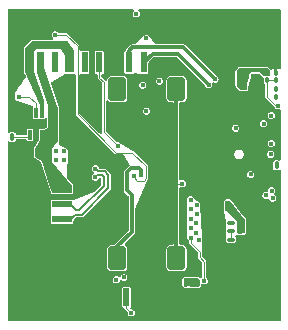
<source format=gbr>
%TF.GenerationSoftware,KiCad,Pcbnew,9.0.6-rc1*%
%TF.CreationDate,2025-12-21T23:59:12+01:00*%
%TF.ProjectId,PCB_PAPI,5043425f-5041-4504-992e-6b696361645f,rev?*%
%TF.SameCoordinates,Original*%
%TF.FileFunction,Copper,L4,Bot*%
%TF.FilePolarity,Positive*%
%FSLAX46Y46*%
G04 Gerber Fmt 4.6, Leading zero omitted, Abs format (unit mm)*
G04 Created by KiCad (PCBNEW 9.0.6-rc1) date 2025-12-21 23:59:12*
%MOMM*%
%LPD*%
G01*
G04 APERTURE LIST*
G04 Aperture macros list*
%AMRoundRect*
0 Rectangle with rounded corners*
0 $1 Rounding radius*
0 $2 $3 $4 $5 $6 $7 $8 $9 X,Y pos of 4 corners*
0 Add a 4 corners polygon primitive as box body*
4,1,4,$2,$3,$4,$5,$6,$7,$8,$9,$2,$3,0*
0 Add four circle primitives for the rounded corners*
1,1,$1+$1,$2,$3*
1,1,$1+$1,$4,$5*
1,1,$1+$1,$6,$7*
1,1,$1+$1,$8,$9*
0 Add four rect primitives between the rounded corners*
20,1,$1+$1,$2,$3,$4,$5,0*
20,1,$1+$1,$4,$5,$6,$7,0*
20,1,$1+$1,$6,$7,$8,$9,0*
20,1,$1+$1,$8,$9,$2,$3,0*%
G04 Aperture macros list end*
%TA.AperFunction,SMDPad,CuDef*%
%ADD10R,1.700000X0.600000*%
%TD*%
%TA.AperFunction,SMDPad,CuDef*%
%ADD11R,2.700000X1.000000*%
%TD*%
%TA.AperFunction,SMDPad,CuDef*%
%ADD12R,0.600000X1.700000*%
%TD*%
%TA.AperFunction,SMDPad,CuDef*%
%ADD13R,1.000000X2.700000*%
%TD*%
%TA.AperFunction,ComponentPad*%
%ADD14C,0.700000*%
%TD*%
%TA.AperFunction,ComponentPad*%
%ADD15C,4.400000*%
%TD*%
%TA.AperFunction,SMDPad,CuDef*%
%ADD16RoundRect,0.140000X0.140000X0.170000X-0.140000X0.170000X-0.140000X-0.170000X0.140000X-0.170000X0*%
%TD*%
%TA.AperFunction,SMDPad,CuDef*%
%ADD17RoundRect,0.100000X0.100000X-0.130000X0.100000X0.130000X-0.100000X0.130000X-0.100000X-0.130000X0*%
%TD*%
%TA.AperFunction,SMDPad,CuDef*%
%ADD18R,0.300000X0.850000*%
%TD*%
%TA.AperFunction,SMDPad,CuDef*%
%ADD19R,1.420000X0.610000*%
%TD*%
%TA.AperFunction,SMDPad,CuDef*%
%ADD20RoundRect,0.100000X-0.100000X0.130000X-0.100000X-0.130000X0.100000X-0.130000X0.100000X0.130000X0*%
%TD*%
%TA.AperFunction,SMDPad,CuDef*%
%ADD21RoundRect,0.155000X-0.155000X0.212500X-0.155000X-0.212500X0.155000X-0.212500X0.155000X0.212500X0*%
%TD*%
%TA.AperFunction,SMDPad,CuDef*%
%ADD22RoundRect,0.140000X-0.140000X-0.170000X0.140000X-0.170000X0.140000X0.170000X-0.140000X0.170000X0*%
%TD*%
%TA.AperFunction,SMDPad,CuDef*%
%ADD23RoundRect,0.100000X-0.100000X0.217500X-0.100000X-0.217500X0.100000X-0.217500X0.100000X0.217500X0*%
%TD*%
%TA.AperFunction,SMDPad,CuDef*%
%ADD24RoundRect,0.100000X-0.130000X-0.100000X0.130000X-0.100000X0.130000X0.100000X-0.130000X0.100000X0*%
%TD*%
%TA.AperFunction,SMDPad,CuDef*%
%ADD25RoundRect,0.100000X0.100000X-0.217500X0.100000X0.217500X-0.100000X0.217500X-0.100000X-0.217500X0*%
%TD*%
%TA.AperFunction,SMDPad,CuDef*%
%ADD26RoundRect,0.100000X0.217500X0.100000X-0.217500X0.100000X-0.217500X-0.100000X0.217500X-0.100000X0*%
%TD*%
%TA.AperFunction,SMDPad,CuDef*%
%ADD27R,0.550000X1.500000*%
%TD*%
%TA.AperFunction,SMDPad,CuDef*%
%ADD28RoundRect,0.250000X-0.500000X0.750000X-0.500000X-0.750000X0.500000X-0.750000X0.500000X0.750000X0*%
%TD*%
%TA.AperFunction,ViaPad*%
%ADD29C,0.400000*%
%TD*%
%TA.AperFunction,Conductor*%
%ADD30C,0.120000*%
%TD*%
%TA.AperFunction,Conductor*%
%ADD31C,0.300000*%
%TD*%
%TA.AperFunction,Conductor*%
%ADD32C,0.200000*%
%TD*%
G04 APERTURE END LIST*
D10*
%TO.P,J3,1,1*%
%TO.N,GND*%
X160325000Y-81175000D03*
%TO.P,J3,2,2*%
%TO.N,/D-*%
X160325000Y-79925000D03*
%TO.P,J3,3,3*%
%TO.N,/D+*%
X160325000Y-78675000D03*
%TO.P,J3,4,4*%
%TO.N,VUSB*%
X160325000Y-77425000D03*
D11*
%TO.P,J3,5,5*%
%TO.N,GND*%
X157125000Y-83025000D03*
%TO.P,J3,6,6*%
X157125000Y-75575000D03*
%TD*%
D12*
%TO.P,J1,1,1*%
%TO.N,VUSB*%
X158475000Y-66650000D03*
%TO.P,J1,2,2*%
%TO.N,LDO_IN*%
X159725000Y-66650000D03*
%TO.P,J1,3,3*%
%TO.N,BAT+*%
X160975000Y-66650000D03*
%TO.P,J1,4,4*%
%TO.N,+3.3V*%
X162225000Y-66650000D03*
%TO.P,J1,5,5*%
%TO.N,/LED_TIM*%
X163475000Y-66650000D03*
%TO.P,J1,6,6*%
%TO.N,GND*%
X164725000Y-66650000D03*
%TO.P,J1,7,7*%
%TO.N,/HP+*%
X165975000Y-66650000D03*
%TO.P,J1,8,8*%
%TO.N,/HP-*%
X167225000Y-66650000D03*
D13*
%TO.P,J1,MP1,MP1*%
%TO.N,GND*%
X156625000Y-63450000D03*
%TO.P,J1,MP2,MP2*%
X169075000Y-63450000D03*
%TD*%
D14*
%TO.P,H2,1,1*%
%TO.N,GND*%
X156650000Y-86125000D03*
X157133274Y-84958274D03*
X157133274Y-87291726D03*
X158300000Y-84475000D03*
D15*
X158300000Y-86125000D03*
D14*
X158300000Y-87775000D03*
X159466726Y-84958274D03*
X159466726Y-87291726D03*
X159950000Y-86125000D03*
%TD*%
%TO.P,H1,1,1*%
%TO.N,GND*%
X174675000Y-64650000D03*
X175158274Y-63483274D03*
X175158274Y-65816726D03*
X176325000Y-63000000D03*
D15*
X176325000Y-64650000D03*
D14*
X176325000Y-66300000D03*
X177491726Y-63483274D03*
X177491726Y-65816726D03*
X177975000Y-64650000D03*
%TD*%
D16*
%TO.P,C2,1*%
%TO.N,VUSB*%
X158480000Y-74350000D03*
%TO.P,C2,2*%
%TO.N,GND*%
X157520000Y-74350000D03*
%TD*%
D17*
%TO.P,R30,1*%
%TO.N,/max_gpio*%
X178425000Y-69570000D03*
%TO.P,R30,2*%
%TO.N,Net-(IC6-~{SD_MODE})*%
X178425000Y-68930000D03*
%TD*%
D18*
%TO.P,IC5,1,GND*%
%TO.N,GND*%
X157600000Y-70900000D03*
%TO.P,IC5,2,~{CHRG}*%
%TO.N,Net-(IC5-~{CHRG})*%
X158100000Y-70900000D03*
%TO.P,IC5,3,BAT*%
%TO.N,BAT+*%
X158600000Y-70900000D03*
%TO.P,IC5,4,VCC*%
%TO.N,VUSB*%
X158600000Y-72800000D03*
%TO.P,IC5,5,~{EN}*%
%TO.N,GND*%
X158100000Y-72800000D03*
%TO.P,IC5,6,PROG*%
%TO.N,Net-(IC5-PROG)*%
X157600000Y-72800000D03*
D19*
%TO.P,IC5,7,EP*%
%TO.N,GND*%
X158100000Y-71850000D03*
%TD*%
D20*
%TO.P,R31,1*%
%TO.N,GND*%
X178415000Y-67505000D03*
%TO.P,R31,2*%
%TO.N,Net-(IC6-GAIN_SLOT)*%
X178415000Y-68145000D03*
%TD*%
D21*
%TO.P,C62,1*%
%TO.N,+3.3V*%
X171650000Y-85300000D03*
%TO.P,C62,2*%
%TO.N,GND*%
X171650000Y-86435000D03*
%TD*%
D22*
%TO.P,C45,1*%
%TO.N,+3.3V*%
X175695000Y-67950000D03*
%TO.P,C45,2*%
%TO.N,GND*%
X176655000Y-67950000D03*
%TD*%
D23*
%TO.P,C65,1*%
%TO.N,+3.3V*%
X170800000Y-85292500D03*
%TO.P,C65,2*%
%TO.N,GND*%
X170800000Y-86107500D03*
%TD*%
D24*
%TO.P,C44,1*%
%TO.N,+3.3V*%
X175680000Y-68775000D03*
%TO.P,C44,2*%
%TO.N,GND*%
X176320000Y-68775000D03*
%TD*%
D25*
%TO.P,C30,1*%
%TO.N,GND*%
X178500000Y-76175000D03*
%TO.P,C30,2*%
%TO.N,+3.3V*%
X178500000Y-75360000D03*
%TD*%
D26*
%TO.P,R36,1*%
%TO.N,+3.3V*%
X175450000Y-80950000D03*
%TO.P,R36,2*%
%TO.N,RESET*%
X174635000Y-80950000D03*
%TD*%
%TO.P,R15,1*%
%TO.N,+3.3V*%
X175450000Y-80225000D03*
%TO.P,R15,2*%
%TO.N,Net-(U5-GPIO3)*%
X174635000Y-80225000D03*
%TD*%
D27*
%TO.P,SW1,1,1*%
%TO.N,GND*%
X162500000Y-86550000D03*
%TO.P,SW1,2,2*%
%TO.N,Net-(U5-GPIO0)*%
X165750000Y-86550000D03*
%TD*%
D25*
%TO.P,R17,1*%
%TO.N,Net-(IC5-PROG)*%
X156100000Y-72957500D03*
%TO.P,R17,2*%
%TO.N,GND*%
X156100000Y-72142500D03*
%TD*%
D26*
%TO.P,C71,1*%
%TO.N,GND*%
X175450000Y-81650000D03*
%TO.P,C71,2*%
%TO.N,RESET*%
X174635000Y-81650000D03*
%TD*%
D28*
%TO.P,SW2,1,1*%
%TO.N,+3.3V*%
X165000000Y-68900000D03*
X165000000Y-83200000D03*
%TO.P,SW2,2,2*%
%TO.N,/MAIN_BTN*%
X170000000Y-68900000D03*
X170000000Y-83200000D03*
%TD*%
D17*
%TO.P,R32,1*%
%TO.N,Net-(IC6-GAIN_SLOT)*%
X177675000Y-68150000D03*
%TO.P,R32,2*%
%TO.N,+3.3V*%
X177675000Y-67510000D03*
%TD*%
D29*
%TO.N,+3.3V*%
X178150000Y-78125000D03*
%TO.N,GND*%
X163150000Y-76950000D03*
X162075000Y-70825000D03*
X162100000Y-68150000D03*
X163400000Y-72075000D03*
X168225000Y-66750000D03*
X171325000Y-82650000D03*
X160375000Y-73475000D03*
X161800000Y-76750000D03*
X178415000Y-67505000D03*
X164450000Y-75425000D03*
X165650000Y-75050000D03*
X170800000Y-86107500D03*
X173650000Y-87075000D03*
X173675000Y-85325000D03*
X173875000Y-79650000D03*
X176575000Y-76750000D03*
X177425000Y-76650000D03*
X176925000Y-76025000D03*
X175900000Y-73500000D03*
X173575000Y-69975000D03*
X161900000Y-73247000D03*
X160375000Y-69125000D03*
X158950000Y-79500000D03*
X159000000Y-78025000D03*
X157825000Y-77175000D03*
X157625000Y-81000000D03*
X162225000Y-82475000D03*
X162700000Y-79600000D03*
X160325000Y-81175000D03*
X160775000Y-83600000D03*
X162500000Y-86550000D03*
X164150000Y-87075000D03*
X171650000Y-87375000D03*
X169050000Y-87000000D03*
X167950000Y-86250000D03*
X164375000Y-85775000D03*
X171450000Y-73800000D03*
X169425000Y-73925000D03*
X168250000Y-71900000D03*
X168300000Y-74325000D03*
X167120000Y-81980000D03*
X168620000Y-80480000D03*
X167120000Y-80480000D03*
X165620000Y-80480000D03*
X168620000Y-78980000D03*
X167120000Y-78980000D03*
X165620000Y-78980000D03*
X168620000Y-81980000D03*
X171175000Y-77275000D03*
X171100000Y-76375000D03*
X172800000Y-75225000D03*
X177200000Y-72775000D03*
X174700000Y-68300000D03*
X176175000Y-69650000D03*
X174600000Y-71050000D03*
X171575000Y-70275000D03*
X171050000Y-71900000D03*
X172375000Y-72492000D03*
X172600000Y-73742000D03*
X171675000Y-74717000D03*
X161075000Y-68275000D03*
X160350000Y-70650000D03*
X159750000Y-68625000D03*
X156850000Y-68075000D03*
X158350000Y-63100000D03*
X161750000Y-64025000D03*
X160000000Y-63400000D03*
X166725000Y-64150000D03*
X166750000Y-63175000D03*
X172325000Y-63900000D03*
X173025000Y-63200000D03*
X172325000Y-63200000D03*
X168725000Y-63900000D03*
X169425000Y-63200000D03*
X168725000Y-63200000D03*
X169425000Y-63900000D03*
X173025000Y-63900000D03*
X178575000Y-66561000D03*
X178575000Y-71731000D03*
X178575000Y-72765000D03*
X178575000Y-73799000D03*
X178575000Y-78969000D03*
X178575000Y-80003000D03*
X178575000Y-81037000D03*
X178575000Y-82071000D03*
X178575000Y-83105000D03*
X178575000Y-84139000D03*
X178575000Y-85173000D03*
X178575000Y-86207000D03*
X178575000Y-87241000D03*
X178575000Y-88275000D03*
X156000000Y-63459000D03*
X156000000Y-64493000D03*
X156000000Y-65527000D03*
X156000000Y-66561000D03*
X156000000Y-67595000D03*
X156000000Y-68629000D03*
X156000000Y-70697000D03*
X156000000Y-71731000D03*
X156000000Y-73799000D03*
X156000000Y-74833000D03*
X156000000Y-75867000D03*
X156000000Y-76901000D03*
X156000000Y-77935000D03*
X156000000Y-78969000D03*
X156000000Y-80003000D03*
X156000000Y-81037000D03*
X156000000Y-82071000D03*
X156000000Y-83105000D03*
X156000000Y-84139000D03*
X156000000Y-88275000D03*
X156000000Y-62425000D03*
X174275000Y-62425000D03*
X173200000Y-62425000D03*
X172125000Y-62425000D03*
X171050000Y-62425000D03*
X169975000Y-62425000D03*
X168900000Y-62425000D03*
X165675000Y-62425000D03*
X164600000Y-62425000D03*
X163525000Y-62425000D03*
X162450000Y-62425000D03*
X161375000Y-62425000D03*
X160300000Y-62425000D03*
X159225000Y-62425000D03*
X158150000Y-62425000D03*
X157075000Y-62425000D03*
X178575000Y-62425000D03*
X177500000Y-88275000D03*
X176425000Y-88275000D03*
X175350000Y-88275000D03*
X174275000Y-88275000D03*
X173200000Y-88275000D03*
X172125000Y-88275000D03*
X171050000Y-88275000D03*
X169975000Y-88275000D03*
X168900000Y-88275000D03*
X167825000Y-88275000D03*
X166750000Y-88275000D03*
X165675000Y-88275000D03*
X164600000Y-88275000D03*
X163525000Y-88275000D03*
X162450000Y-88275000D03*
X161375000Y-88275000D03*
X160300000Y-88275000D03*
%TO.N,Net-(U5-GPIO17)*%
X159725000Y-64310000D03*
X166375000Y-76225000D03*
%TO.N,GND*%
X165050000Y-72825000D03*
X164300000Y-72000000D03*
%TO.N,/LED_TIM*%
X165025000Y-73700000D03*
%TO.N,LDO_IN*%
X159725000Y-66275000D03*
X159725000Y-66975000D03*
%TO.N,GND*%
X158450000Y-71850000D03*
X177300000Y-84030000D03*
X173400000Y-84030000D03*
X175225000Y-86200000D03*
X172750000Y-84030000D03*
X174050000Y-84030000D03*
X175320000Y-85370000D03*
X164725000Y-66275000D03*
X164725000Y-66975000D03*
X178050000Y-85380000D03*
X178040000Y-84570000D03*
X172970000Y-82260000D03*
X174370000Y-82260000D03*
X175225000Y-86900000D03*
X157750000Y-71850000D03*
X175225000Y-87600000D03*
X173670000Y-82260000D03*
X165250000Y-70767000D03*
X175660000Y-81930000D03*
X171160000Y-83540000D03*
X175350000Y-84030000D03*
X175070000Y-82260000D03*
X168825000Y-74875000D03*
X175340000Y-84650000D03*
X174700000Y-84030000D03*
X177220000Y-83350000D03*
X176000000Y-84030000D03*
X171925000Y-84525000D03*
%TO.N,+3.3V*%
X175375000Y-67475000D03*
X176025000Y-67325000D03*
X159800000Y-74875000D03*
X178500000Y-75360000D03*
X164650000Y-68550000D03*
X165350000Y-68550000D03*
X166975000Y-76200000D03*
X177575000Y-77900000D03*
X160500000Y-74875000D03*
X159800000Y-74175000D03*
X166607500Y-75625000D03*
X171542500Y-85150000D03*
X167450000Y-70767000D03*
X167150000Y-68575000D03*
X178050000Y-77500000D03*
X170800000Y-85125000D03*
X165550000Y-84850000D03*
X164900000Y-85050000D03*
X174325000Y-78657500D03*
X164650000Y-69250000D03*
X168550000Y-68230000D03*
X165350000Y-69250000D03*
X160500000Y-74175000D03*
X162225000Y-66625000D03*
%TO.N,/HP+*%
X173275000Y-68050000D03*
%TO.N,/HP-*%
X172725000Y-68525000D03*
%TO.N,/D+*%
X163130000Y-76350000D03*
%TO.N,/D-*%
X163135000Y-75650000D03*
%TO.N,/max_bit_clk*%
X177375000Y-71825000D03*
X171225000Y-79075000D03*
%TO.N,/max_data*%
X178025000Y-71150000D03*
X171700000Y-79500000D03*
%TO.N,/max_frame_clk*%
X175000000Y-72225000D03*
X171700000Y-78700000D03*
%TO.N,VUSB*%
X158475000Y-66225000D03*
X166592500Y-62525000D03*
%TO.N,/mic_data*%
X177975000Y-74425000D03*
X171225000Y-80680000D03*
%TO.N,/mic_frame_sck*%
X178025000Y-73525000D03*
X171225000Y-79880000D03*
%TO.N,/mic_sck*%
X176275000Y-76125000D03*
X171650000Y-81075000D03*
%TO.N,Net-(IC6-~{SD_MODE})*%
X178425000Y-68925000D03*
%TO.N,/max_gpio*%
X178425000Y-69570000D03*
X171200000Y-78275000D03*
%TO.N,Net-(IC6-GAIN_SLOT)*%
X178600000Y-70325000D03*
%TO.N,/MAIN_BTN*%
X170500000Y-76900000D03*
%TO.N,BAT+*%
X160975000Y-66275000D03*
X160975000Y-66975000D03*
%TO.N,Net-(IC5-~{CHRG})*%
X156625000Y-69550000D03*
X167450000Y-64617500D03*
%TO.N,Net-(U5-GPIO0)*%
X171225000Y-81480000D03*
X172357500Y-85150000D03*
X166175000Y-87850000D03*
%TO.N,RESET*%
X171875000Y-81675000D03*
X174635000Y-81650000D03*
%TO.N,Net-(U5-GPIO3)*%
X171675000Y-80275000D03*
X174635000Y-80225000D03*
%TD*%
D30*
%TO.N,Net-(IC5-~{CHRG})*%
X158100000Y-70125000D02*
X158100000Y-70900000D01*
X157525000Y-69550000D02*
X158100000Y-70125000D01*
X156625000Y-69550000D02*
X157525000Y-69550000D01*
%TO.N,Net-(U5-GPIO0)*%
X172000000Y-82700000D02*
X172000000Y-83150000D01*
X172357500Y-83507500D02*
X172357500Y-85150000D01*
X171225000Y-81925000D02*
X172000000Y-82700000D01*
X171225000Y-81480000D02*
X171225000Y-81925000D01*
X172000000Y-83150000D02*
X172357500Y-83507500D01*
D31*
%TO.N,+3.3V*%
X165800000Y-75950000D02*
X166125000Y-75625000D01*
X166200000Y-77850000D02*
X165800000Y-77450000D01*
X166200000Y-81025000D02*
X166200000Y-77850000D01*
X166125000Y-75625000D02*
X166607500Y-75625000D01*
X165000000Y-83200000D02*
X165000000Y-82225000D01*
X165000000Y-82225000D02*
X166200000Y-81025000D01*
X165800000Y-77450000D02*
X165800000Y-75950000D01*
D30*
%TO.N,Net-(IC6-GAIN_SLOT)*%
X178415000Y-68145000D02*
X178410000Y-68150000D01*
X178410000Y-68150000D02*
X177675000Y-68150000D01*
%TO.N,Net-(U5-GPIO0)*%
X165750000Y-87425000D02*
X165750000Y-86550000D01*
X166175000Y-87850000D02*
X165750000Y-87425000D01*
%TO.N,Net-(U5-GPIO17)*%
X159735000Y-64300000D02*
X159725000Y-64310000D01*
X160650000Y-64300000D02*
X159735000Y-64300000D01*
X161625000Y-65275000D02*
X160650000Y-64300000D01*
X161625000Y-71025000D02*
X161625000Y-65275000D01*
X167425000Y-76475000D02*
X167425000Y-75425000D01*
X167225000Y-76675000D02*
X167425000Y-76475000D01*
X166675000Y-76675000D02*
X167225000Y-76675000D01*
X164875000Y-74275000D02*
X161625000Y-71025000D01*
X166375000Y-76375000D02*
X166675000Y-76675000D01*
X167425000Y-75425000D02*
X166275000Y-74275000D01*
X166375000Y-76225000D02*
X166375000Y-76375000D01*
X166275000Y-74275000D02*
X164875000Y-74275000D01*
D31*
%TO.N,+3.3V*%
X166825000Y-75625000D02*
X166607500Y-75625000D01*
X166975000Y-75775000D02*
X166825000Y-75625000D01*
X166975000Y-76200000D02*
X166975000Y-75775000D01*
%TO.N,/HP-*%
X170100000Y-65900000D02*
X172725000Y-68525000D01*
X167225000Y-66650000D02*
X167975000Y-65900000D01*
X167975000Y-65900000D02*
X170100000Y-65900000D01*
%TO.N,/HP+*%
X166275000Y-65350000D02*
X165975000Y-65650000D01*
X173275000Y-68050000D02*
X170575000Y-65350000D01*
X170575000Y-65350000D02*
X166275000Y-65350000D01*
X165975000Y-65650000D02*
X165975000Y-66650000D01*
D30*
%TO.N,/LED_TIM*%
X163475000Y-67925000D02*
X163475000Y-66650000D01*
X163850000Y-72525000D02*
X163850000Y-68300000D01*
X165025000Y-73700000D02*
X163850000Y-72525000D01*
X163850000Y-68300000D02*
X163475000Y-67925000D01*
D32*
%TO.N,/D+*%
X163280000Y-76200000D02*
X163700000Y-76200000D01*
X163700000Y-76200000D02*
X163825000Y-76325000D01*
X163825000Y-76325000D02*
X163825000Y-77100000D01*
X161000000Y-78675000D02*
X160325000Y-78675000D01*
X161775000Y-79150000D02*
X161475000Y-79150000D01*
X163130000Y-76350000D02*
X163280000Y-76200000D01*
X161475000Y-79150000D02*
X161000000Y-78675000D01*
X163825000Y-77100000D02*
X161775000Y-79150000D01*
%TO.N,/D-*%
X161412500Y-79562500D02*
X161050000Y-79925000D01*
X161050000Y-79925000D02*
X160325000Y-79925000D01*
X164225000Y-77300000D02*
X161962500Y-79562500D01*
X164225000Y-76162500D02*
X164225000Y-77300000D01*
X161962500Y-79562500D02*
X161412500Y-79562500D01*
X163135000Y-75650000D02*
X163335000Y-75850000D01*
X163912500Y-75850000D02*
X164225000Y-76162500D01*
X163335000Y-75850000D02*
X163912500Y-75850000D01*
D31*
%TO.N,VUSB*%
X158475000Y-66650000D02*
X158475000Y-66575000D01*
D30*
%TO.N,Net-(IC6-GAIN_SLOT)*%
X178450000Y-70325000D02*
X177675000Y-69550000D01*
X177675000Y-69550000D02*
X177675000Y-68150000D01*
X178600000Y-70325000D02*
X178450000Y-70325000D01*
D31*
%TO.N,/MAIN_BTN*%
X170000000Y-76900000D02*
X170000000Y-68900000D01*
D30*
X170500000Y-76900000D02*
X170000000Y-76900000D01*
D31*
X170000000Y-83200000D02*
X170000000Y-76900000D01*
D30*
%TO.N,Net-(IC5-PROG)*%
X157442500Y-72957500D02*
X156100000Y-72957500D01*
X157600000Y-72800000D02*
X157442500Y-72957500D01*
%TO.N,RESET*%
X174635000Y-80950000D02*
X174635000Y-81650000D01*
%TD*%
%TA.AperFunction,Conductor*%
%TO.N,VUSB*%
G36*
X158743039Y-65794685D02*
G01*
X158788794Y-65847489D01*
X158800000Y-65899000D01*
X158800000Y-67075000D01*
X159924444Y-70375000D01*
X159943373Y-70430551D01*
X159950000Y-70470545D01*
X159950000Y-73331176D01*
X159930315Y-73398215D01*
X159922465Y-73409090D01*
X159468514Y-73971125D01*
X159425000Y-74025000D01*
X159425000Y-75050000D01*
X161145790Y-77090365D01*
X161173963Y-77154303D01*
X161175000Y-77170308D01*
X161175000Y-77601000D01*
X161155315Y-77668039D01*
X161102511Y-77713794D01*
X161051000Y-77725000D01*
X159566214Y-77725000D01*
X159499175Y-77705315D01*
X159453420Y-77652511D01*
X159447839Y-77637924D01*
X159247843Y-76996761D01*
X158625000Y-75000000D01*
X158250608Y-74790340D01*
X158063413Y-74685511D01*
X158014539Y-74635580D01*
X158000000Y-74577320D01*
X158000000Y-74033390D01*
X158016766Y-73971125D01*
X158343109Y-73409090D01*
X158450000Y-73225000D01*
X158450000Y-72499000D01*
X158469685Y-72431961D01*
X158522489Y-72386206D01*
X158574000Y-72375000D01*
X158749998Y-72375000D01*
X158750000Y-72375000D01*
X159150000Y-72200000D01*
X159150000Y-70375000D01*
X159150000Y-70374998D01*
X158156774Y-67494644D01*
X158150000Y-67454221D01*
X158150000Y-65899000D01*
X158169685Y-65831961D01*
X158222489Y-65786206D01*
X158274000Y-65775000D01*
X158676000Y-65775000D01*
X158743039Y-65794685D01*
G37*
%TD.AperFunction*%
%TD*%
%TA.AperFunction,Conductor*%
%TO.N,BAT+*%
G36*
X160798520Y-64869685D02*
G01*
X160836464Y-64908011D01*
X161208571Y-65500000D01*
X161330983Y-65694745D01*
X161350000Y-65760734D01*
X161350000Y-67376000D01*
X161330315Y-67443039D01*
X161277511Y-67488794D01*
X161226000Y-67500000D01*
X160700464Y-67500000D01*
X160633425Y-67480315D01*
X160587670Y-67427511D01*
X160576464Y-67376142D01*
X160576351Y-67278535D01*
X160575000Y-66100000D01*
X160225000Y-65525000D01*
X160224999Y-65524999D01*
X158174999Y-65500301D01*
X158150000Y-65500000D01*
X158149999Y-65500000D01*
X158045503Y-65592886D01*
X157925000Y-65700000D01*
X157925000Y-67475000D01*
X158767748Y-69829737D01*
X158775000Y-69871521D01*
X158775000Y-71201000D01*
X158772449Y-71209685D01*
X158773738Y-71218647D01*
X158762759Y-71242687D01*
X158755315Y-71268039D01*
X158748474Y-71273966D01*
X158744713Y-71282203D01*
X158722478Y-71296492D01*
X158702511Y-71313794D01*
X158691996Y-71316081D01*
X158685935Y-71319977D01*
X158651000Y-71325000D01*
X158574000Y-71325000D01*
X158506961Y-71305315D01*
X158461206Y-71252511D01*
X158450000Y-71201000D01*
X158450000Y-70249999D01*
X157186324Y-67499646D01*
X157175000Y-67447876D01*
X157175000Y-65592886D01*
X157194685Y-65525847D01*
X157201497Y-65516276D01*
X157214286Y-65500000D01*
X157687765Y-64897390D01*
X157744661Y-64856837D01*
X157785268Y-64850000D01*
X160731481Y-64850000D01*
X160798520Y-64869685D01*
G37*
%TD.AperFunction*%
%TD*%
%TA.AperFunction,Conductor*%
%TO.N,+3.3V*%
G36*
X177647145Y-67119685D02*
G01*
X177659480Y-67128733D01*
X177878608Y-67311340D01*
X177917506Y-67369378D01*
X177923167Y-67410362D01*
X177914394Y-67699264D01*
X177892684Y-67765675D01*
X177838515Y-67809806D01*
X177790451Y-67819500D01*
X177555250Y-67819500D01*
X177514445Y-67827617D01*
X177490253Y-67830000D01*
X177453809Y-67830000D01*
X177386770Y-67810315D01*
X177369395Y-67796831D01*
X177264411Y-67699264D01*
X177050000Y-67500000D01*
X177049999Y-67500000D01*
X176375000Y-67500000D01*
X176175000Y-67619232D01*
X176175000Y-67931204D01*
X176169431Y-67967949D01*
X176000000Y-68514038D01*
X176000000Y-68590252D01*
X175997617Y-68614443D01*
X175989500Y-68655248D01*
X175989500Y-68876000D01*
X175969815Y-68943039D01*
X175917011Y-68988794D01*
X175865500Y-69000000D01*
X175503884Y-69000000D01*
X175436845Y-68980315D01*
X175413233Y-68960607D01*
X175133349Y-68660731D01*
X175101997Y-68598291D01*
X175100000Y-68576124D01*
X175100000Y-67415322D01*
X175106004Y-67394874D01*
X175107231Y-67373596D01*
X175118535Y-67352196D01*
X175119685Y-67348283D01*
X175123717Y-67342389D01*
X175262860Y-67151067D01*
X175318210Y-67108427D01*
X175363143Y-67100000D01*
X177580106Y-67100000D01*
X177647145Y-67119685D01*
G37*
%TD.AperFunction*%
%TD*%
%TA.AperFunction,Conductor*%
%TO.N,+3.3V*%
G36*
X174530591Y-78369685D02*
G01*
X174562217Y-78398893D01*
X175774667Y-79991719D01*
X175799609Y-80056985D01*
X175800000Y-80066824D01*
X175800000Y-81005507D01*
X175780315Y-81072546D01*
X175727511Y-81118301D01*
X175680589Y-81129422D01*
X175253589Y-81145237D01*
X175185867Y-81128047D01*
X175138189Y-81076973D01*
X175125000Y-81021322D01*
X175125000Y-80074999D01*
X174183042Y-79225860D01*
X174146428Y-79166352D01*
X174142098Y-79136461D01*
X174127754Y-78476693D01*
X174130467Y-78466650D01*
X174128987Y-78456353D01*
X174139424Y-78433498D01*
X174145977Y-78409244D01*
X174153689Y-78402261D01*
X174158012Y-78392797D01*
X174179149Y-78379212D01*
X174197774Y-78362352D01*
X174209598Y-78359644D01*
X174216790Y-78355023D01*
X174251725Y-78350000D01*
X174463552Y-78350000D01*
X174530591Y-78369685D01*
G37*
%TD.AperFunction*%
%TD*%
%TA.AperFunction,Conductor*%
%TO.N,+3.3V*%
G36*
X171893039Y-84944685D02*
G01*
X171938794Y-84997489D01*
X171950000Y-85049000D01*
X171950000Y-85550973D01*
X171930315Y-85618012D01*
X171877511Y-85663767D01*
X171826007Y-85674973D01*
X171383057Y-85674999D01*
X171367004Y-85673956D01*
X170950006Y-85619536D01*
X170950000Y-85619536D01*
X170725934Y-85623033D01*
X170658597Y-85604398D01*
X170612023Y-85552315D01*
X170600000Y-85499049D01*
X170600000Y-85049000D01*
X170619685Y-84981961D01*
X170672489Y-84936206D01*
X170724000Y-84925000D01*
X171826000Y-84925000D01*
X171893039Y-84944685D01*
G37*
%TD.AperFunction*%
%TD*%
%TA.AperFunction,Conductor*%
%TO.N,GND*%
G36*
X166359706Y-62120185D02*
G01*
X166405461Y-62172989D01*
X166415405Y-62242147D01*
X166386380Y-62305703D01*
X166380348Y-62312181D01*
X166352041Y-62340487D01*
X166352035Y-62340495D01*
X166312482Y-62409004D01*
X166312479Y-62409009D01*
X166298826Y-62459962D01*
X166292000Y-62485438D01*
X166292000Y-62564562D01*
X166305652Y-62615513D01*
X166312479Y-62640990D01*
X166312482Y-62640995D01*
X166352035Y-62709504D01*
X166352039Y-62709509D01*
X166352040Y-62709511D01*
X166407989Y-62765460D01*
X166407991Y-62765461D01*
X166407995Y-62765464D01*
X166476504Y-62805017D01*
X166476511Y-62805021D01*
X166552938Y-62825500D01*
X166552940Y-62825500D01*
X166632060Y-62825500D01*
X166632062Y-62825500D01*
X166708489Y-62805021D01*
X166777011Y-62765460D01*
X166832960Y-62709511D01*
X166872521Y-62640989D01*
X166893000Y-62564562D01*
X166893000Y-62485438D01*
X166872521Y-62409011D01*
X166872517Y-62409004D01*
X166832964Y-62340495D01*
X166832958Y-62340487D01*
X166804652Y-62312181D01*
X166771167Y-62250858D01*
X166776151Y-62181166D01*
X166818023Y-62125233D01*
X166883487Y-62100816D01*
X166892333Y-62100500D01*
X178725500Y-62100500D01*
X178792539Y-62120185D01*
X178838294Y-62172989D01*
X178849500Y-62224500D01*
X178849500Y-67065845D01*
X178829815Y-67132884D01*
X178777011Y-67178639D01*
X178707853Y-67188583D01*
X178656611Y-67168948D01*
X178612548Y-67139507D01*
X178612543Y-67139504D01*
X178540000Y-67125074D01*
X178540000Y-67381000D01*
X178537449Y-67389685D01*
X178538738Y-67398647D01*
X178527759Y-67422687D01*
X178520315Y-67448039D01*
X178513474Y-67453966D01*
X178509713Y-67462203D01*
X178487478Y-67476492D01*
X178467511Y-67493794D01*
X178456996Y-67496081D01*
X178450935Y-67499977D01*
X178416000Y-67505000D01*
X178414000Y-67505000D01*
X178346961Y-67485315D01*
X178301206Y-67432511D01*
X178290000Y-67381000D01*
X178290000Y-67125074D01*
X178289999Y-67125074D01*
X178217456Y-67139504D01*
X178217453Y-67139506D01*
X178134759Y-67194760D01*
X178128633Y-67203929D01*
X178075020Y-67248732D01*
X178005695Y-67257438D01*
X177946150Y-67230295D01*
X177837203Y-67139506D01*
X177727020Y-67047686D01*
X177727016Y-67047683D01*
X177727009Y-67047677D01*
X177721879Y-67043664D01*
X177709544Y-67034617D01*
X177676872Y-67018460D01*
X177609834Y-66998775D01*
X177609832Y-66998774D01*
X177609830Y-66998774D01*
X177580106Y-66994500D01*
X175363143Y-66994500D01*
X175359901Y-66994801D01*
X175343691Y-66996308D01*
X175298765Y-67004734D01*
X175298761Y-67004735D01*
X175253829Y-67024849D01*
X175253823Y-67024852D01*
X175198477Y-67067490D01*
X175198475Y-67067491D01*
X175177538Y-67089014D01*
X175046197Y-67269607D01*
X175046166Y-67269651D01*
X175038395Y-67280337D01*
X175036642Y-67282822D01*
X175032610Y-67288716D01*
X175031773Y-67290478D01*
X175031623Y-67290697D01*
X175030104Y-67293730D01*
X175013946Y-67324318D01*
X175013945Y-67324321D01*
X175001906Y-67367519D01*
X175000817Y-67374075D01*
X175000643Y-67374046D01*
X174999552Y-67382014D01*
X174998773Y-67385592D01*
X174994500Y-67415319D01*
X174994500Y-67415322D01*
X174994500Y-68576124D01*
X174994791Y-68582600D01*
X174994926Y-68585596D01*
X174994926Y-68585599D01*
X174996923Y-68607759D01*
X175007714Y-68645629D01*
X175007715Y-68645631D01*
X175030490Y-68690990D01*
X175039069Y-68708074D01*
X175039073Y-68708082D01*
X175048603Y-68721770D01*
X175056223Y-68732716D01*
X175336107Y-69032592D01*
X175340517Y-69036764D01*
X175345626Y-69041598D01*
X175345638Y-69041609D01*
X175369239Y-69061307D01*
X175369240Y-69061307D01*
X175369242Y-69061309D01*
X175382754Y-69068526D01*
X175403771Y-69079752D01*
X175407121Y-69081541D01*
X175474160Y-69101226D01*
X175503884Y-69105500D01*
X175503888Y-69105500D01*
X175865500Y-69105500D01*
X175887927Y-69103089D01*
X175939438Y-69091883D01*
X175986099Y-69068526D01*
X176038903Y-69022771D01*
X176071041Y-68972763D01*
X176090726Y-68905724D01*
X176095000Y-68876000D01*
X176095000Y-68677853D01*
X176095409Y-68667795D01*
X176095988Y-68660670D01*
X176101090Y-68635026D01*
X176102609Y-68624786D01*
X176104992Y-68600595D01*
X176105500Y-68590252D01*
X176105500Y-68543792D01*
X176105909Y-68538767D01*
X176107751Y-68533972D01*
X176111069Y-68512080D01*
X176119335Y-68485438D01*
X176270193Y-67999212D01*
X176273740Y-67983758D01*
X176279309Y-67947013D01*
X176280500Y-67931204D01*
X176280500Y-67749601D01*
X176283638Y-67738911D01*
X176282425Y-67727839D01*
X176293307Y-67705985D01*
X176300185Y-67682562D01*
X176309415Y-67673636D01*
X176313569Y-67665295D01*
X176340997Y-67643095D01*
X176374725Y-67622989D01*
X176438218Y-67605500D01*
X176959820Y-67605500D01*
X177026859Y-67625185D01*
X177044234Y-67638669D01*
X177297567Y-67874104D01*
X177297575Y-67874111D01*
X177304714Y-67880177D01*
X177322089Y-67893661D01*
X177322093Y-67893663D01*
X177326523Y-67897101D01*
X177367417Y-67953753D01*
X177374500Y-67995063D01*
X177374500Y-68299752D01*
X177386131Y-68358229D01*
X177386132Y-68358230D01*
X177427108Y-68419553D01*
X177430448Y-68424552D01*
X177459391Y-68443891D01*
X177504195Y-68497502D01*
X177514500Y-68546993D01*
X177514500Y-69518075D01*
X177514500Y-69581925D01*
X177538935Y-69640916D01*
X177538936Y-69640917D01*
X178289519Y-70391500D01*
X178314358Y-70434521D01*
X178316869Y-70433481D01*
X178319980Y-70440992D01*
X178359537Y-70509507D01*
X178359539Y-70509510D01*
X178359540Y-70509511D01*
X178415489Y-70565460D01*
X178415491Y-70565461D01*
X178415495Y-70565464D01*
X178484004Y-70605017D01*
X178484011Y-70605021D01*
X178560438Y-70625500D01*
X178560440Y-70625500D01*
X178639561Y-70625500D01*
X178639562Y-70625500D01*
X178693406Y-70611072D01*
X178763254Y-70612733D01*
X178821117Y-70651895D01*
X178848623Y-70716123D01*
X178849500Y-70730846D01*
X178849500Y-74838995D01*
X178829815Y-74906034D01*
X178777011Y-74951789D01*
X178707853Y-74961733D01*
X178678570Y-74953699D01*
X178619752Y-74942000D01*
X178619748Y-74942000D01*
X178380252Y-74942000D01*
X178380247Y-74942000D01*
X178321770Y-74953631D01*
X178321769Y-74953632D01*
X178255447Y-74997947D01*
X178211132Y-75064269D01*
X178211131Y-75064270D01*
X178199500Y-75122747D01*
X178199500Y-75597252D01*
X178211131Y-75655729D01*
X178211132Y-75655730D01*
X178255447Y-75722052D01*
X178321769Y-75766367D01*
X178321770Y-75766368D01*
X178380247Y-75777999D01*
X178380250Y-75778000D01*
X178380252Y-75778000D01*
X178619750Y-75778000D01*
X178619751Y-75777999D01*
X178634485Y-75775068D01*
X178690210Y-75763985D01*
X178690434Y-75765112D01*
X178747511Y-75758973D01*
X178809991Y-75790245D01*
X178845647Y-75850332D01*
X178849500Y-75881004D01*
X178849500Y-88453675D01*
X178829815Y-88520714D01*
X178777011Y-88566469D01*
X178725500Y-88577675D01*
X155824500Y-88577675D01*
X155757461Y-88557990D01*
X155711706Y-88505186D01*
X155700500Y-88453675D01*
X155700500Y-85790098D01*
X165374500Y-85790098D01*
X165374500Y-87309894D01*
X165374501Y-87309902D01*
X165380330Y-87339212D01*
X165402542Y-87372457D01*
X165419219Y-87383599D01*
X165435787Y-87394669D01*
X165435790Y-87394669D01*
X165435791Y-87394670D01*
X165450444Y-87397584D01*
X165465101Y-87400500D01*
X165483270Y-87400499D01*
X165550308Y-87420181D01*
X165596065Y-87472983D01*
X165597833Y-87477044D01*
X165613934Y-87515914D01*
X165613936Y-87515917D01*
X165838181Y-87740162D01*
X165871666Y-87801485D01*
X165874500Y-87827843D01*
X165874500Y-87889562D01*
X165888152Y-87940513D01*
X165894979Y-87965990D01*
X165894982Y-87965995D01*
X165934535Y-88034504D01*
X165934539Y-88034509D01*
X165934540Y-88034511D01*
X165990489Y-88090460D01*
X165990491Y-88090461D01*
X165990495Y-88090464D01*
X166059004Y-88130017D01*
X166059011Y-88130021D01*
X166135438Y-88150500D01*
X166135440Y-88150500D01*
X166214560Y-88150500D01*
X166214562Y-88150500D01*
X166290989Y-88130021D01*
X166359511Y-88090460D01*
X166415460Y-88034511D01*
X166455021Y-87965989D01*
X166475500Y-87889562D01*
X166475500Y-87810438D01*
X166455021Y-87734011D01*
X166455017Y-87734004D01*
X166415464Y-87665495D01*
X166415458Y-87665487D01*
X166359512Y-87609541D01*
X166359504Y-87609535D01*
X166290995Y-87569982D01*
X166290990Y-87569979D01*
X166265513Y-87563152D01*
X166214562Y-87549500D01*
X166211148Y-87549500D01*
X166208373Y-87548685D01*
X166206503Y-87548439D01*
X166206541Y-87548147D01*
X166144109Y-87529815D01*
X166098354Y-87477011D01*
X166088410Y-87407853D01*
X166108043Y-87356613D01*
X166119669Y-87339213D01*
X166125500Y-87309899D01*
X166125499Y-85790102D01*
X166119669Y-85760787D01*
X166098110Y-85728520D01*
X166097457Y-85727542D01*
X166072496Y-85710865D01*
X166064213Y-85705331D01*
X166064211Y-85705330D01*
X166064208Y-85705329D01*
X166034901Y-85699500D01*
X165465105Y-85699500D01*
X165465097Y-85699501D01*
X165435787Y-85705330D01*
X165402542Y-85727542D01*
X165380332Y-85760785D01*
X165380329Y-85760791D01*
X165374500Y-85790098D01*
X155700500Y-85790098D01*
X155700500Y-85010438D01*
X164599500Y-85010438D01*
X164599500Y-85089562D01*
X164605094Y-85110438D01*
X164619979Y-85165990D01*
X164619982Y-85165995D01*
X164659535Y-85234504D01*
X164659539Y-85234509D01*
X164659540Y-85234511D01*
X164715489Y-85290460D01*
X164715491Y-85290461D01*
X164715495Y-85290464D01*
X164784004Y-85330017D01*
X164784011Y-85330021D01*
X164860438Y-85350500D01*
X164860440Y-85350500D01*
X164939560Y-85350500D01*
X164939562Y-85350500D01*
X165015989Y-85330021D01*
X165084511Y-85290460D01*
X165140460Y-85234511D01*
X165180021Y-85165989D01*
X165180568Y-85163944D01*
X165181501Y-85162414D01*
X165183130Y-85158482D01*
X165183742Y-85158735D01*
X165216926Y-85104286D01*
X165279770Y-85073751D01*
X165349146Y-85082039D01*
X165362343Y-85088644D01*
X165377473Y-85097379D01*
X165434011Y-85130021D01*
X165510438Y-85150500D01*
X165510440Y-85150500D01*
X165589560Y-85150500D01*
X165589562Y-85150500D01*
X165665989Y-85130021D01*
X165734511Y-85090460D01*
X165775968Y-85049003D01*
X170494500Y-85049003D01*
X170494500Y-85499051D01*
X170497088Y-85522277D01*
X170502240Y-85545103D01*
X170502241Y-85545106D01*
X170504879Y-85556792D01*
X170511133Y-85588231D01*
X170530870Y-85617769D01*
X170533380Y-85622640D01*
X170534577Y-85623979D01*
X170534986Y-85624975D01*
X170536411Y-85627046D01*
X170541178Y-85633196D01*
X170555445Y-85654549D01*
X170555446Y-85654550D01*
X170555448Y-85654552D01*
X170558450Y-85656558D01*
X170573005Y-85669198D01*
X170573157Y-85669018D01*
X170579949Y-85674719D01*
X170579952Y-85674720D01*
X170579954Y-85674723D01*
X170609784Y-85693241D01*
X170630457Y-85706076D01*
X170630460Y-85706077D01*
X170679243Y-85719577D01*
X170697795Y-85724711D01*
X170727580Y-85728520D01*
X170934954Y-85725282D01*
X170952913Y-85726309D01*
X171353352Y-85778569D01*
X171360164Y-85779234D01*
X171371029Y-85779939D01*
X171376213Y-85780277D01*
X171377130Y-85780306D01*
X171383063Y-85780499D01*
X171826013Y-85780473D01*
X171848436Y-85778061D01*
X171899940Y-85766855D01*
X171946599Y-85743499D01*
X171999403Y-85697744D01*
X172031541Y-85647736D01*
X172039079Y-85622064D01*
X172045676Y-85612191D01*
X172060500Y-85537667D01*
X172060499Y-85525872D01*
X172063804Y-85511850D01*
X172074228Y-85493515D01*
X172080164Y-85473279D01*
X172091150Y-85463753D01*
X172098338Y-85451112D01*
X172117020Y-85441323D01*
X172132955Y-85427508D01*
X172147347Y-85425434D01*
X172160228Y-85418686D01*
X172181235Y-85420552D01*
X172202111Y-85417545D01*
X172221022Y-85424087D01*
X172229824Y-85424869D01*
X172233625Y-85427817D01*
X172234001Y-85426910D01*
X172241509Y-85430020D01*
X172241511Y-85430021D01*
X172317938Y-85450500D01*
X172317940Y-85450500D01*
X172397060Y-85450500D01*
X172397062Y-85450500D01*
X172473489Y-85430021D01*
X172542011Y-85390460D01*
X172597960Y-85334511D01*
X172637521Y-85265989D01*
X172658000Y-85189562D01*
X172658000Y-85110438D01*
X172637521Y-85034011D01*
X172623911Y-85010438D01*
X172597964Y-84965495D01*
X172597958Y-84965487D01*
X172554319Y-84921848D01*
X172520834Y-84860525D01*
X172518000Y-84834167D01*
X172518000Y-83475576D01*
X172518000Y-83475575D01*
X172493565Y-83416584D01*
X172493565Y-83416583D01*
X172196819Y-83119837D01*
X172163334Y-83058514D01*
X172160500Y-83032156D01*
X172160500Y-82668076D01*
X172160499Y-82668072D01*
X172158131Y-82662355D01*
X172152734Y-82612160D01*
X172149538Y-82612121D01*
X172155387Y-82142506D01*
X172159996Y-81772421D01*
X172175500Y-81714562D01*
X172175500Y-81635438D01*
X172162315Y-81586233D01*
X172163078Y-81525000D01*
X172163078Y-81524993D01*
X172163078Y-81524989D01*
X172076923Y-80019324D01*
X172000500Y-78683738D01*
X172000500Y-78660438D01*
X171980021Y-78584011D01*
X171940460Y-78515489D01*
X171903957Y-78478986D01*
X174022279Y-78478986D01*
X174022409Y-78484979D01*
X174022409Y-78484981D01*
X174024979Y-78603257D01*
X174024500Y-78612053D01*
X174024500Y-78697065D01*
X174025560Y-78705118D01*
X174025130Y-78705174D01*
X174027567Y-78722245D01*
X174036622Y-79138759D01*
X174037685Y-79151568D01*
X174037686Y-79151571D01*
X174042018Y-79181477D01*
X174042019Y-79181482D01*
X174050191Y-79204027D01*
X174055957Y-79226084D01*
X174215344Y-80191511D01*
X174216885Y-80206365D01*
X174217000Y-80209031D01*
X174217000Y-80344748D01*
X174224474Y-80382326D01*
X174224885Y-80391834D01*
X174224590Y-80393023D01*
X174225000Y-80397178D01*
X174225000Y-80777821D01*
X174222616Y-80802013D01*
X174217000Y-80830252D01*
X174217000Y-81069748D01*
X174218010Y-81074828D01*
X174222617Y-81097985D01*
X174225000Y-81122178D01*
X174225000Y-81477821D01*
X174222617Y-81502013D01*
X174217000Y-81530250D01*
X174217000Y-81769752D01*
X174228631Y-81828229D01*
X174228632Y-81828230D01*
X174272947Y-81894552D01*
X174339269Y-81938867D01*
X174339270Y-81938868D01*
X174397747Y-81950499D01*
X174397750Y-81950500D01*
X174397752Y-81950500D01*
X174872250Y-81950500D01*
X174872251Y-81950499D01*
X174887068Y-81947552D01*
X174930729Y-81938868D01*
X174930729Y-81938867D01*
X174930731Y-81938867D01*
X174997052Y-81894552D01*
X175041367Y-81828231D01*
X175041367Y-81828229D01*
X175041368Y-81828229D01*
X175052999Y-81769752D01*
X175053000Y-81769750D01*
X175053000Y-81530249D01*
X175052999Y-81530247D01*
X175041368Y-81471770D01*
X175041367Y-81471769D01*
X175010090Y-81424960D01*
X174989212Y-81358283D01*
X175007696Y-81290903D01*
X175059675Y-81244212D01*
X175128645Y-81233036D01*
X175129680Y-81233170D01*
X175149778Y-81235866D01*
X175154269Y-81238867D01*
X175212752Y-81250500D01*
X175255940Y-81250500D01*
X175257494Y-81250665D01*
X175259654Y-81250584D01*
X175264244Y-81250500D01*
X175687250Y-81250500D01*
X175687251Y-81250499D01*
X175706918Y-81246587D01*
X175745728Y-81238868D01*
X175745728Y-81238867D01*
X175745731Y-81238867D01*
X175812052Y-81194552D01*
X175818499Y-81184901D01*
X175840400Y-81160078D01*
X175849403Y-81152278D01*
X175881541Y-81102270D01*
X175901226Y-81035231D01*
X175905500Y-81005507D01*
X175905500Y-80066824D01*
X175905417Y-80062635D01*
X175905026Y-80052796D01*
X175898158Y-80019324D01*
X175873216Y-79954058D01*
X175858614Y-79927819D01*
X175419162Y-79350500D01*
X174646170Y-78335000D01*
X174646164Y-78334993D01*
X174633795Y-78321389D01*
X174602169Y-78292181D01*
X174602164Y-78292178D01*
X174602161Y-78292176D01*
X174560318Y-78268460D01*
X174560315Y-78268459D01*
X174493283Y-78248775D01*
X174492949Y-78248727D01*
X174463552Y-78244500D01*
X174251725Y-78244500D01*
X174236712Y-78245573D01*
X174211655Y-78249176D01*
X174201775Y-78250597D01*
X174201773Y-78250597D01*
X174201770Y-78250598D01*
X174191324Y-78254492D01*
X174191325Y-78254493D01*
X174184444Y-78257059D01*
X174183653Y-78257354D01*
X174174222Y-78259515D01*
X174165068Y-78264284D01*
X174159766Y-78266262D01*
X174159757Y-78266266D01*
X174158001Y-78267395D01*
X174148306Y-78273019D01*
X174126971Y-78284138D01*
X174126966Y-78284141D01*
X174122350Y-78288319D01*
X174114787Y-78295165D01*
X174100971Y-78304047D01*
X174086380Y-78320883D01*
X174080825Y-78325913D01*
X174080816Y-78325923D01*
X174075165Y-78331039D01*
X174075161Y-78331044D01*
X174074681Y-78331829D01*
X174062662Y-78348255D01*
X174062048Y-78348963D01*
X174062046Y-78348966D01*
X174058877Y-78355905D01*
X174051843Y-78369125D01*
X174046463Y-78377912D01*
X174044128Y-78381727D01*
X174042507Y-78387727D01*
X174035603Y-78406869D01*
X174033022Y-78412521D01*
X174033020Y-78412529D01*
X174030918Y-78427145D01*
X174030860Y-78427424D01*
X174030860Y-78427541D01*
X174029133Y-78439275D01*
X174028618Y-78439137D01*
X174025905Y-78449180D01*
X174022279Y-78478986D01*
X171903957Y-78478986D01*
X171884511Y-78459540D01*
X171884509Y-78459539D01*
X171884504Y-78459535D01*
X171815995Y-78419982D01*
X171815991Y-78419980D01*
X171815989Y-78419979D01*
X171815987Y-78419978D01*
X171815984Y-78419977D01*
X171751078Y-78402585D01*
X171695492Y-78370492D01*
X171486113Y-78161113D01*
X171466406Y-78135430D01*
X171440462Y-78090492D01*
X171440458Y-78090487D01*
X171384512Y-78034541D01*
X171384504Y-78034535D01*
X171315995Y-77994982D01*
X171315990Y-77994979D01*
X171290513Y-77988152D01*
X171239562Y-77974500D01*
X171160438Y-77974500D01*
X171122224Y-77984739D01*
X171084009Y-77994979D01*
X171084004Y-77994982D01*
X171015495Y-78034535D01*
X171015487Y-78034541D01*
X170959541Y-78090487D01*
X170959537Y-78090492D01*
X170919980Y-78159007D01*
X170919976Y-78159016D01*
X170910107Y-78195846D01*
X170910095Y-78195893D01*
X170902497Y-78224250D01*
X170900000Y-78225000D01*
X170900080Y-78233273D01*
X170899500Y-78235438D01*
X170899500Y-78240268D01*
X170899500Y-78314570D01*
X170899993Y-78318319D01*
X170901046Y-78333289D01*
X170930709Y-81399717D01*
X170926491Y-81433004D01*
X170924501Y-81440431D01*
X170924500Y-81440436D01*
X170924500Y-81440438D01*
X170924500Y-81519562D01*
X170937780Y-81569121D01*
X170944979Y-81595990D01*
X170944982Y-81595995D01*
X170984535Y-81664504D01*
X170984541Y-81664512D01*
X171028181Y-81708152D01*
X171061666Y-81769475D01*
X171064500Y-81795833D01*
X171064500Y-81893075D01*
X171064500Y-81956925D01*
X171088935Y-82015916D01*
X171088936Y-82015917D01*
X171803181Y-82730162D01*
X171836666Y-82791485D01*
X171839500Y-82817843D01*
X171839500Y-83118075D01*
X171839500Y-83181925D01*
X171863935Y-83240916D01*
X171863936Y-83240917D01*
X172160681Y-83537662D01*
X172194166Y-83598985D01*
X172197000Y-83625343D01*
X172197000Y-84801914D01*
X172177315Y-84868953D01*
X172124511Y-84914708D01*
X172055353Y-84924652D01*
X171991797Y-84895627D01*
X171979289Y-84883119D01*
X171978491Y-84882198D01*
X171972771Y-84875597D01*
X171922763Y-84843459D01*
X171855729Y-84823775D01*
X171855725Y-84823774D01*
X171855724Y-84823774D01*
X171826000Y-84819500D01*
X170724000Y-84819500D01*
X170723997Y-84819500D01*
X170701573Y-84821910D01*
X170650061Y-84833117D01*
X170603399Y-84856474D01*
X170550596Y-84902229D01*
X170518460Y-84952235D01*
X170518459Y-84952236D01*
X170498775Y-85019270D01*
X170498774Y-85019275D01*
X170498774Y-85019276D01*
X170496584Y-85034512D01*
X170494500Y-85049003D01*
X165775968Y-85049003D01*
X165790460Y-85034511D01*
X165804358Y-85010439D01*
X165820448Y-84982571D01*
X165820448Y-84982570D01*
X165830021Y-84965989D01*
X165850500Y-84889562D01*
X165850500Y-84810438D01*
X165830021Y-84734011D01*
X165830017Y-84734004D01*
X165790464Y-84665495D01*
X165790458Y-84665487D01*
X165734512Y-84609541D01*
X165734504Y-84609535D01*
X165665995Y-84569982D01*
X165665990Y-84569979D01*
X165640513Y-84563152D01*
X165589562Y-84549500D01*
X165510438Y-84549500D01*
X165472224Y-84559739D01*
X165434009Y-84569979D01*
X165434004Y-84569982D01*
X165365495Y-84609535D01*
X165365487Y-84609541D01*
X165309541Y-84665487D01*
X165309535Y-84665495D01*
X165269982Y-84734004D01*
X165269978Y-84734012D01*
X165269429Y-84736064D01*
X165268493Y-84737599D01*
X165266870Y-84741518D01*
X165266258Y-84741264D01*
X165233062Y-84795723D01*
X165170214Y-84826251D01*
X165100839Y-84817954D01*
X165087656Y-84811355D01*
X165015989Y-84769979D01*
X165015990Y-84769979D01*
X164990513Y-84763152D01*
X164939562Y-84749500D01*
X164860438Y-84749500D01*
X164822224Y-84759739D01*
X164784009Y-84769979D01*
X164784004Y-84769982D01*
X164715495Y-84809535D01*
X164715487Y-84809541D01*
X164659541Y-84865487D01*
X164659535Y-84865495D01*
X164619982Y-84934004D01*
X164619979Y-84934009D01*
X164611410Y-84965989D01*
X164599500Y-85010438D01*
X155700500Y-85010438D01*
X155700500Y-78365098D01*
X159374500Y-78365098D01*
X159374500Y-78984894D01*
X159374501Y-78984902D01*
X159380330Y-79014210D01*
X159385005Y-79025497D01*
X159383416Y-79026154D01*
X159399980Y-79079046D01*
X159400000Y-79081264D01*
X159400000Y-79518735D01*
X159383773Y-79573997D01*
X159385004Y-79574507D01*
X159380329Y-79585791D01*
X159374500Y-79615098D01*
X159374500Y-80234894D01*
X159374501Y-80234902D01*
X159380330Y-80264212D01*
X159402542Y-80297457D01*
X159419219Y-80308599D01*
X159435787Y-80319669D01*
X159435790Y-80319669D01*
X159435791Y-80319670D01*
X159445647Y-80321630D01*
X159465101Y-80325500D01*
X161184898Y-80325499D01*
X161214213Y-80319669D01*
X161247457Y-80297457D01*
X161269669Y-80264213D01*
X161275500Y-80234899D01*
X161275499Y-80034411D01*
X161284144Y-80004966D01*
X161290667Y-79974984D01*
X161294420Y-79969970D01*
X161295183Y-79967372D01*
X161311809Y-79946739D01*
X161459232Y-79799316D01*
X161520553Y-79765834D01*
X161546911Y-79763000D01*
X162002380Y-79763000D01*
X162002382Y-79763000D01*
X162076074Y-79732476D01*
X164394976Y-77413574D01*
X164425500Y-77339882D01*
X164425500Y-77260118D01*
X164425500Y-76122618D01*
X164394976Y-76048926D01*
X164338574Y-75992524D01*
X164026074Y-75680024D01*
X163952383Y-75649500D01*
X163952382Y-75649500D01*
X163541115Y-75649500D01*
X163474076Y-75629815D01*
X163428321Y-75577011D01*
X163421341Y-75557596D01*
X163419170Y-75549496D01*
X163415021Y-75534011D01*
X163415017Y-75534004D01*
X163375464Y-75465495D01*
X163375458Y-75465487D01*
X163319512Y-75409541D01*
X163319504Y-75409535D01*
X163250995Y-75369982D01*
X163250990Y-75369979D01*
X163225513Y-75363152D01*
X163174562Y-75349500D01*
X163095438Y-75349500D01*
X163057224Y-75359739D01*
X163019009Y-75369979D01*
X163019004Y-75369982D01*
X162950495Y-75409535D01*
X162950487Y-75409541D01*
X162894541Y-75465487D01*
X162894535Y-75465495D01*
X162854982Y-75534004D01*
X162854979Y-75534009D01*
X162854978Y-75534013D01*
X162834500Y-75610438D01*
X162834500Y-75689562D01*
X162843206Y-75722052D01*
X162854979Y-75765990D01*
X162854982Y-75765995D01*
X162894535Y-75834504D01*
X162894539Y-75834509D01*
X162894540Y-75834511D01*
X162950489Y-75890460D01*
X162950490Y-75890461D01*
X162950492Y-75890462D01*
X162951713Y-75891167D01*
X162952537Y-75892031D01*
X162956940Y-75895410D01*
X162956413Y-75896096D01*
X162999931Y-75941732D01*
X163013156Y-76010339D01*
X162987190Y-76075204D01*
X162951722Y-76105940D01*
X162945495Y-76109535D01*
X162945487Y-76109541D01*
X162889541Y-76165487D01*
X162889535Y-76165495D01*
X162849982Y-76234004D01*
X162849979Y-76234009D01*
X162846887Y-76245550D01*
X162829500Y-76310438D01*
X162829500Y-76389562D01*
X162834454Y-76408050D01*
X162849979Y-76465990D01*
X162849982Y-76465995D01*
X162889535Y-76534504D01*
X162889539Y-76534509D01*
X162889540Y-76534511D01*
X162945489Y-76590460D01*
X162945491Y-76590461D01*
X162945495Y-76590464D01*
X162996623Y-76619982D01*
X163014011Y-76630021D01*
X163090438Y-76650500D01*
X163090440Y-76650500D01*
X163169560Y-76650500D01*
X163169562Y-76650500D01*
X163245989Y-76630021D01*
X163314511Y-76590460D01*
X163370460Y-76534511D01*
X163393112Y-76495275D01*
X163443678Y-76447059D01*
X163512285Y-76433835D01*
X163577150Y-76459802D01*
X163617680Y-76516716D01*
X163624500Y-76557274D01*
X163624500Y-76965587D01*
X163604815Y-77032626D01*
X163588181Y-77053268D01*
X163026122Y-77615326D01*
X162983534Y-77643155D01*
X161325011Y-78290611D01*
X161255403Y-78296654D01*
X161225770Y-78284332D01*
X161225493Y-78285004D01*
X161214208Y-78280329D01*
X161184901Y-78274500D01*
X159465105Y-78274500D01*
X159465097Y-78274501D01*
X159435787Y-78280330D01*
X159402542Y-78302542D01*
X159380332Y-78335785D01*
X159380329Y-78335791D01*
X159374500Y-78365098D01*
X155700500Y-78365098D01*
X155700500Y-73448007D01*
X155720185Y-73380968D01*
X155772989Y-73335213D01*
X155842147Y-73325269D01*
X155893392Y-73344906D01*
X155921768Y-73363867D01*
X155921770Y-73363868D01*
X155980247Y-73375499D01*
X155980250Y-73375500D01*
X155980252Y-73375500D01*
X156219750Y-73375500D01*
X156219751Y-73375499D01*
X156234568Y-73372552D01*
X156278229Y-73363868D01*
X156278229Y-73363867D01*
X156278231Y-73363867D01*
X156344552Y-73319552D01*
X156388867Y-73253231D01*
X156392513Y-73234901D01*
X156395914Y-73217808D01*
X156428299Y-73155897D01*
X156489015Y-73121323D01*
X156517531Y-73118000D01*
X157225601Y-73118000D01*
X157292640Y-73137685D01*
X157338395Y-73190489D01*
X157349004Y-73229850D01*
X157349501Y-73234900D01*
X157355330Y-73264212D01*
X157377542Y-73297457D01*
X157394219Y-73308599D01*
X157410787Y-73319669D01*
X157410790Y-73319669D01*
X157410791Y-73319670D01*
X157420647Y-73321630D01*
X157440101Y-73325500D01*
X157759898Y-73325499D01*
X157789213Y-73319669D01*
X157822457Y-73297457D01*
X157844669Y-73264213D01*
X157850500Y-73234899D01*
X157850499Y-72365102D01*
X157844669Y-72335787D01*
X157844668Y-72335785D01*
X157822457Y-72302542D01*
X157789214Y-72280332D01*
X157789215Y-72280332D01*
X157789213Y-72280331D01*
X157789211Y-72280330D01*
X157789208Y-72280329D01*
X157759901Y-72274500D01*
X157440105Y-72274500D01*
X157440097Y-72274501D01*
X157410787Y-72280330D01*
X157377542Y-72302542D01*
X157355332Y-72335785D01*
X157355329Y-72335791D01*
X157349500Y-72365098D01*
X157349500Y-72673000D01*
X157329815Y-72740039D01*
X157277011Y-72785794D01*
X157225500Y-72797000D01*
X156517531Y-72797000D01*
X156450492Y-72777315D01*
X156404737Y-72724511D01*
X156395914Y-72697192D01*
X156388867Y-72661770D01*
X156388867Y-72661769D01*
X156344552Y-72595447D01*
X156278230Y-72551132D01*
X156278229Y-72551131D01*
X156219752Y-72539500D01*
X156219748Y-72539500D01*
X155980252Y-72539500D01*
X155980247Y-72539500D01*
X155921770Y-72551131D01*
X155921770Y-72551132D01*
X155893390Y-72570095D01*
X155826713Y-72590972D01*
X155759333Y-72572487D01*
X155712643Y-72520508D01*
X155700500Y-72466992D01*
X155700500Y-69506140D01*
X156324500Y-69506140D01*
X156324500Y-69593863D01*
X156325000Y-69601489D01*
X156325000Y-69825000D01*
X157591298Y-70273074D01*
X157767521Y-70335430D01*
X157824154Y-70376350D01*
X157849674Y-70441393D01*
X157849562Y-70464463D01*
X157849500Y-70465093D01*
X157849500Y-71334894D01*
X157849501Y-71334902D01*
X157855330Y-71364212D01*
X157877542Y-71397457D01*
X157888895Y-71405042D01*
X157910787Y-71419669D01*
X157910790Y-71419669D01*
X157910791Y-71419670D01*
X157920647Y-71421630D01*
X157940101Y-71425500D01*
X158259898Y-71425499D01*
X158289213Y-71419669D01*
X158289214Y-71419667D01*
X158300496Y-71414996D01*
X158301969Y-71418553D01*
X158347763Y-71404205D01*
X158364553Y-71405042D01*
X158394125Y-71408536D01*
X158410787Y-71419669D01*
X158440101Y-71425500D01*
X158537655Y-71425499D01*
X158544907Y-71426356D01*
X158545426Y-71426577D01*
X158548003Y-71426761D01*
X158574000Y-71430500D01*
X158574001Y-71430500D01*
X158651000Y-71430500D01*
X158666015Y-71429426D01*
X158684549Y-71426760D01*
X158702197Y-71425499D01*
X158759895Y-71425499D01*
X158759898Y-71425499D01*
X158789213Y-71419669D01*
X158822457Y-71397457D01*
X158822457Y-71397455D01*
X158822459Y-71397455D01*
X158831094Y-71388821D01*
X158833688Y-71391415D01*
X158871003Y-71360227D01*
X158940327Y-71351515D01*
X159003357Y-71381666D01*
X159040080Y-71441107D01*
X159044500Y-71473920D01*
X159044500Y-72049902D01*
X159039203Y-72067939D01*
X159038903Y-72086734D01*
X159029564Y-72100767D01*
X159024815Y-72116941D01*
X159010609Y-72129250D01*
X159000194Y-72144901D01*
X158973282Y-72161593D01*
X158972011Y-72162696D01*
X158970202Y-72163505D01*
X158751693Y-72259103D01*
X158701991Y-72269500D01*
X158573983Y-72269500D01*
X158551584Y-72271909D01*
X158548303Y-72272441D01*
X158548255Y-72272146D01*
X158526341Y-72274500D01*
X158440106Y-72274500D01*
X158440096Y-72274501D01*
X158410787Y-72280330D01*
X158377542Y-72302542D01*
X158355332Y-72335785D01*
X158355329Y-72335791D01*
X158349500Y-72365098D01*
X158349500Y-72455355D01*
X158348238Y-72473002D01*
X158344500Y-72499000D01*
X158344500Y-73163201D01*
X158327734Y-73225466D01*
X157925532Y-73918147D01*
X157914893Y-73943697D01*
X157898129Y-74005953D01*
X157894500Y-74033390D01*
X157894500Y-74577331D01*
X157897636Y-74602847D01*
X157897638Y-74602857D01*
X157897639Y-74602865D01*
X157912178Y-74661125D01*
X157917649Y-74670914D01*
X157936710Y-74705021D01*
X157939145Y-74709377D01*
X157988019Y-74759308D01*
X158011865Y-74777560D01*
X158425528Y-75009211D01*
X158493712Y-75047394D01*
X158542586Y-75097325D01*
X158551500Y-75118661D01*
X159347122Y-77669330D01*
X159349311Y-77675640D01*
X159354885Y-77690210D01*
X159359897Y-77698576D01*
X159375138Y-77738105D01*
X159380330Y-77764212D01*
X159402542Y-77797457D01*
X159407097Y-77800500D01*
X159435787Y-77819669D01*
X159465101Y-77825500D01*
X159522566Y-77825499D01*
X159540206Y-77826760D01*
X159566214Y-77830500D01*
X159566218Y-77830500D01*
X161051000Y-77830500D01*
X161073427Y-77828089D01*
X161073432Y-77828087D01*
X161073440Y-77828087D01*
X161076702Y-77827559D01*
X161076749Y-77827854D01*
X161098666Y-77825499D01*
X161184895Y-77825499D01*
X161184898Y-77825499D01*
X161214213Y-77819669D01*
X161247457Y-77797457D01*
X161269669Y-77764213D01*
X161275500Y-77734899D01*
X161275499Y-77644647D01*
X161276760Y-77627007D01*
X161280500Y-77601000D01*
X161280500Y-77170308D01*
X161280279Y-77163487D01*
X161279242Y-77147482D01*
X161275499Y-77132178D01*
X161275499Y-77115102D01*
X161269669Y-77085787D01*
X161247457Y-77052543D01*
X161243141Y-77049659D01*
X161242333Y-77047825D01*
X161226438Y-77022349D01*
X160895558Y-76630020D01*
X160782533Y-76496004D01*
X160754360Y-76432066D01*
X160753386Y-76412094D01*
X160825000Y-74175000D01*
X160821228Y-74170390D01*
X160797425Y-74123965D01*
X160780021Y-74059011D01*
X160749392Y-74005959D01*
X160740464Y-73990495D01*
X160740458Y-73990487D01*
X160684512Y-73934541D01*
X160684507Y-73934537D01*
X160615992Y-73894980D01*
X160615985Y-73894977D01*
X160585632Y-73886844D01*
X160555761Y-73874477D01*
X160226504Y-73684521D01*
X160076867Y-73598192D01*
X160028637Y-73547641D01*
X160015392Y-73479039D01*
X160027473Y-73436246D01*
X160031539Y-73427943D01*
X160031538Y-73427943D01*
X160031541Y-73427939D01*
X160049526Y-73366689D01*
X160051224Y-73360907D01*
X160051224Y-73360906D01*
X160051226Y-73360900D01*
X160055500Y-73331176D01*
X160055500Y-70470545D01*
X160054081Y-70453299D01*
X160047454Y-70413305D01*
X160043235Y-70396524D01*
X159384694Y-68463853D01*
X159381705Y-68394048D01*
X159416930Y-68333708D01*
X159434322Y-68320003D01*
X160526376Y-67607759D01*
X160593278Y-67587626D01*
X160619641Y-67590279D01*
X160633617Y-67593219D01*
X160635787Y-67594669D01*
X160665101Y-67600500D01*
X160668221Y-67600499D01*
X160668382Y-67600532D01*
X160670740Y-67601226D01*
X160700464Y-67605500D01*
X160700468Y-67605500D01*
X161226000Y-67605500D01*
X161248427Y-67603089D01*
X161248432Y-67603087D01*
X161248440Y-67603087D01*
X161251702Y-67602559D01*
X161251704Y-67602572D01*
X161257786Y-67601520D01*
X161265693Y-67600499D01*
X161284898Y-67600499D01*
X161314213Y-67594669D01*
X161315020Y-67594129D01*
X161324620Y-67592890D01*
X161355139Y-67597726D01*
X161385904Y-67600481D01*
X161389335Y-67603146D01*
X161393629Y-67603827D01*
X161416685Y-67624393D01*
X161441080Y-67643345D01*
X161442525Y-67647444D01*
X161445769Y-67650337D01*
X161454045Y-67680102D01*
X161464322Y-67709236D01*
X161464500Y-67715869D01*
X161464500Y-70993075D01*
X161464500Y-71056925D01*
X161488935Y-71115916D01*
X164738935Y-74365916D01*
X164784084Y-74411065D01*
X164843075Y-74435500D01*
X165469926Y-74435500D01*
X165536965Y-74455185D01*
X165577421Y-74497689D01*
X165673890Y-74665460D01*
X166012304Y-75254007D01*
X166028657Y-75321936D01*
X166005688Y-75387922D01*
X165990443Y-75402704D01*
X165991739Y-75404000D01*
X165587637Y-75808101D01*
X165587636Y-75808102D01*
X165549500Y-75900170D01*
X165549500Y-77499829D01*
X165587636Y-77591897D01*
X165913181Y-77917442D01*
X165946666Y-77978765D01*
X165949500Y-78005123D01*
X165949500Y-80869877D01*
X165929815Y-80936916D01*
X165913181Y-80957558D01*
X164858102Y-82012637D01*
X164807556Y-82063182D01*
X164746233Y-82096666D01*
X164719876Y-82099500D01*
X164466739Y-82099500D01*
X164398608Y-82109426D01*
X164293514Y-82160803D01*
X164210803Y-82243514D01*
X164159426Y-82348608D01*
X164149500Y-82416739D01*
X164149500Y-83983260D01*
X164159426Y-84051391D01*
X164210803Y-84156485D01*
X164293514Y-84239196D01*
X164293515Y-84239196D01*
X164293517Y-84239198D01*
X164398607Y-84290573D01*
X164432673Y-84295536D01*
X164466739Y-84300500D01*
X164466740Y-84300500D01*
X165533261Y-84300500D01*
X165555971Y-84297191D01*
X165601393Y-84290573D01*
X165706483Y-84239198D01*
X165789198Y-84156483D01*
X165840573Y-84051393D01*
X165850500Y-83983260D01*
X165850500Y-82416740D01*
X165840573Y-82348607D01*
X165789198Y-82243517D01*
X165789196Y-82243515D01*
X165789196Y-82243514D01*
X165706485Y-82160803D01*
X165706483Y-82160802D01*
X165669056Y-82142505D01*
X165617475Y-82095378D01*
X165599560Y-82027844D01*
X165621001Y-81961345D01*
X165635831Y-81943429D01*
X166412364Y-81166897D01*
X166450500Y-81074828D01*
X166450500Y-80975173D01*
X166450500Y-79066328D01*
X166460607Y-79017294D01*
X167472523Y-76666892D01*
X167498735Y-76628245D01*
X167514715Y-76612265D01*
X167561065Y-76565916D01*
X167585500Y-76506925D01*
X167585500Y-76443075D01*
X167585500Y-75393075D01*
X167561065Y-75334084D01*
X167515916Y-75288935D01*
X166365916Y-74138935D01*
X166357474Y-74135438D01*
X166311476Y-74116384D01*
X166298167Y-74109915D01*
X165450967Y-73633657D01*
X165306339Y-73552353D01*
X165268721Y-73519741D01*
X165265463Y-73515495D01*
X165265460Y-73515489D01*
X165209511Y-73459540D01*
X165209508Y-73459538D01*
X165209504Y-73459535D01*
X165140995Y-73419982D01*
X165140990Y-73419979D01*
X165064559Y-73399499D01*
X165056503Y-73398439D01*
X165056714Y-73396834D01*
X165051894Y-73395572D01*
X165039047Y-73396332D01*
X165006135Y-73383592D01*
X164859834Y-73301347D01*
X164832920Y-73280939D01*
X164046819Y-72494838D01*
X164013334Y-72433515D01*
X164010500Y-72407157D01*
X164010500Y-70727438D01*
X167149500Y-70727438D01*
X167149500Y-70806562D01*
X167163152Y-70857513D01*
X167169979Y-70882990D01*
X167169982Y-70882995D01*
X167209535Y-70951504D01*
X167209539Y-70951509D01*
X167209540Y-70951511D01*
X167265489Y-71007460D01*
X167265491Y-71007461D01*
X167265495Y-71007464D01*
X167311473Y-71034009D01*
X167334011Y-71047021D01*
X167410438Y-71067500D01*
X167410440Y-71067500D01*
X167489560Y-71067500D01*
X167489562Y-71067500D01*
X167565989Y-71047021D01*
X167634511Y-71007460D01*
X167690460Y-70951511D01*
X167730021Y-70882989D01*
X167750500Y-70806562D01*
X167750500Y-70727438D01*
X167730021Y-70651011D01*
X167730017Y-70651004D01*
X167690464Y-70582495D01*
X167690458Y-70582487D01*
X167634512Y-70526541D01*
X167634504Y-70526535D01*
X167565995Y-70486982D01*
X167565990Y-70486979D01*
X167540513Y-70480152D01*
X167489562Y-70466500D01*
X167410438Y-70466500D01*
X167372224Y-70476739D01*
X167334009Y-70486979D01*
X167334004Y-70486982D01*
X167265495Y-70526535D01*
X167265487Y-70526541D01*
X167209541Y-70582487D01*
X167209535Y-70582495D01*
X167169982Y-70651004D01*
X167169979Y-70651009D01*
X167169742Y-70651895D01*
X167149500Y-70727438D01*
X164010500Y-70727438D01*
X164010500Y-69955544D01*
X164030185Y-69888505D01*
X164082989Y-69842750D01*
X164152147Y-69832806D01*
X164215703Y-69861831D01*
X164222181Y-69867863D01*
X164293514Y-69939196D01*
X164293515Y-69939196D01*
X164293517Y-69939198D01*
X164398607Y-69990573D01*
X164432673Y-69995536D01*
X164466739Y-70000500D01*
X164466740Y-70000500D01*
X165533261Y-70000500D01*
X165555971Y-69997191D01*
X165601393Y-69990573D01*
X165706483Y-69939198D01*
X165789198Y-69856483D01*
X165840573Y-69751393D01*
X165850500Y-69683260D01*
X165850500Y-68535438D01*
X166849500Y-68535438D01*
X166849500Y-68614562D01*
X166856582Y-68640990D01*
X166869979Y-68690990D01*
X166869982Y-68690995D01*
X166909535Y-68759504D01*
X166909539Y-68759509D01*
X166909540Y-68759511D01*
X166965489Y-68815460D01*
X166965491Y-68815461D01*
X166965495Y-68815464D01*
X167034004Y-68855017D01*
X167034011Y-68855021D01*
X167110438Y-68875500D01*
X167110440Y-68875500D01*
X167189560Y-68875500D01*
X167189562Y-68875500D01*
X167265989Y-68855021D01*
X167334511Y-68815460D01*
X167390460Y-68759511D01*
X167430021Y-68690989D01*
X167450500Y-68614562D01*
X167450500Y-68535438D01*
X167430021Y-68459011D01*
X167407240Y-68419553D01*
X167390464Y-68390495D01*
X167390458Y-68390487D01*
X167334512Y-68334541D01*
X167334504Y-68334535D01*
X167265992Y-68294980D01*
X167265993Y-68294980D01*
X167249117Y-68290458D01*
X167189562Y-68274500D01*
X167110438Y-68274500D01*
X167072969Y-68284540D01*
X167034009Y-68294979D01*
X167034004Y-68294982D01*
X166965495Y-68334535D01*
X166965487Y-68334541D01*
X166909541Y-68390487D01*
X166909535Y-68390495D01*
X166869982Y-68459004D01*
X166869979Y-68459009D01*
X166859665Y-68497502D01*
X166849500Y-68535438D01*
X165850500Y-68535438D01*
X165850500Y-68190438D01*
X168249500Y-68190438D01*
X168249500Y-68269562D01*
X168257590Y-68299752D01*
X168269979Y-68345990D01*
X168269982Y-68345995D01*
X168309535Y-68414504D01*
X168309539Y-68414509D01*
X168309540Y-68414511D01*
X168365489Y-68470460D01*
X168365491Y-68470461D01*
X168365495Y-68470464D01*
X168412327Y-68497502D01*
X168434011Y-68510021D01*
X168510438Y-68530500D01*
X168510440Y-68530500D01*
X168589560Y-68530500D01*
X168589562Y-68530500D01*
X168665989Y-68510021D01*
X168734511Y-68470460D01*
X168790460Y-68414511D01*
X168830021Y-68345989D01*
X168850500Y-68269562D01*
X168850500Y-68190438D01*
X168830752Y-68116739D01*
X169149500Y-68116739D01*
X169149500Y-69683260D01*
X169159426Y-69751391D01*
X169210803Y-69856485D01*
X169293514Y-69939196D01*
X169293515Y-69939196D01*
X169293517Y-69939198D01*
X169398607Y-69990573D01*
X169432673Y-69995536D01*
X169466739Y-70000500D01*
X169466740Y-70000500D01*
X169625500Y-70000500D01*
X169692539Y-70020185D01*
X169738294Y-70072989D01*
X169749500Y-70124500D01*
X169749500Y-81975500D01*
X169729815Y-82042539D01*
X169677011Y-82088294D01*
X169625500Y-82099500D01*
X169466739Y-82099500D01*
X169398608Y-82109426D01*
X169293514Y-82160803D01*
X169210803Y-82243514D01*
X169159426Y-82348608D01*
X169149500Y-82416739D01*
X169149500Y-83983260D01*
X169159426Y-84051391D01*
X169210803Y-84156485D01*
X169293514Y-84239196D01*
X169293515Y-84239196D01*
X169293517Y-84239198D01*
X169398607Y-84290573D01*
X169432673Y-84295536D01*
X169466739Y-84300500D01*
X169466740Y-84300500D01*
X170533261Y-84300500D01*
X170555971Y-84297191D01*
X170601393Y-84290573D01*
X170706483Y-84239198D01*
X170789198Y-84156483D01*
X170840573Y-84051393D01*
X170850500Y-83983260D01*
X170850500Y-82416740D01*
X170840573Y-82348607D01*
X170789198Y-82243517D01*
X170789196Y-82243515D01*
X170789196Y-82243514D01*
X170706485Y-82160803D01*
X170601391Y-82109426D01*
X170533261Y-82099500D01*
X170533260Y-82099500D01*
X170374500Y-82099500D01*
X170307461Y-82079815D01*
X170261706Y-82027011D01*
X170250500Y-81975500D01*
X170250500Y-77860438D01*
X177274500Y-77860438D01*
X177274500Y-77939562D01*
X177278305Y-77953761D01*
X177294979Y-78015990D01*
X177294982Y-78015995D01*
X177334535Y-78084504D01*
X177334539Y-78084509D01*
X177334540Y-78084511D01*
X177390489Y-78140460D01*
X177390491Y-78140461D01*
X177390495Y-78140464D01*
X177454802Y-78177591D01*
X177459011Y-78180021D01*
X177535438Y-78200500D01*
X177535440Y-78200500D01*
X177614560Y-78200500D01*
X177614562Y-78200500D01*
X177690989Y-78180021D01*
X177692596Y-78179092D01*
X177694123Y-78178722D01*
X177698499Y-78176910D01*
X177698781Y-78177591D01*
X177760490Y-78162615D01*
X177826520Y-78185460D01*
X177865375Y-78234262D01*
X177865915Y-78233951D01*
X177867991Y-78237547D01*
X177869163Y-78239019D01*
X177869980Y-78240993D01*
X177909535Y-78309504D01*
X177909539Y-78309509D01*
X177909540Y-78309511D01*
X177965489Y-78365460D01*
X177965491Y-78365461D01*
X177965495Y-78365464D01*
X178021131Y-78397585D01*
X178034011Y-78405021D01*
X178110438Y-78425500D01*
X178110440Y-78425500D01*
X178189560Y-78425500D01*
X178189562Y-78425500D01*
X178265989Y-78405021D01*
X178334511Y-78365460D01*
X178390460Y-78309511D01*
X178430021Y-78240989D01*
X178450500Y-78164562D01*
X178450500Y-78085438D01*
X178430021Y-78009011D01*
X178427776Y-78005123D01*
X178390464Y-77940495D01*
X178390458Y-77940487D01*
X178334512Y-77884541D01*
X178334507Y-77884537D01*
X178319721Y-77876001D01*
X178271504Y-77825435D01*
X178258280Y-77756828D01*
X178284247Y-77691963D01*
X178287890Y-77687858D01*
X178290454Y-77684516D01*
X178290460Y-77684511D01*
X178330021Y-77615989D01*
X178350500Y-77539562D01*
X178350500Y-77460438D01*
X178330021Y-77384011D01*
X178304544Y-77339883D01*
X178290464Y-77315495D01*
X178290458Y-77315487D01*
X178234512Y-77259541D01*
X178234504Y-77259535D01*
X178165995Y-77219982D01*
X178165990Y-77219979D01*
X178140513Y-77213152D01*
X178089562Y-77199500D01*
X178010438Y-77199500D01*
X177972224Y-77209739D01*
X177934009Y-77219979D01*
X177934004Y-77219982D01*
X177865495Y-77259535D01*
X177865487Y-77259541D01*
X177809541Y-77315487D01*
X177809535Y-77315495D01*
X177769982Y-77384004D01*
X177769979Y-77384009D01*
X177749500Y-77460439D01*
X177749500Y-77475869D01*
X177729815Y-77542908D01*
X177677011Y-77588663D01*
X177622690Y-77596812D01*
X177622690Y-77599500D01*
X177614562Y-77599500D01*
X177535438Y-77599500D01*
X177497224Y-77609739D01*
X177459009Y-77619979D01*
X177459004Y-77619982D01*
X177390495Y-77659535D01*
X177390487Y-77659541D01*
X177334541Y-77715487D01*
X177334535Y-77715495D01*
X177294982Y-77784004D01*
X177294979Y-77784009D01*
X177285425Y-77819667D01*
X177274500Y-77860438D01*
X170250500Y-77860438D01*
X170250500Y-77305846D01*
X170270185Y-77238807D01*
X170322989Y-77193052D01*
X170392147Y-77183108D01*
X170406583Y-77186069D01*
X170460438Y-77200500D01*
X170460439Y-77200500D01*
X170539560Y-77200500D01*
X170539562Y-77200500D01*
X170615989Y-77180021D01*
X170684511Y-77140460D01*
X170740460Y-77084511D01*
X170780021Y-77015989D01*
X170800500Y-76939562D01*
X170800500Y-76860438D01*
X170780021Y-76784011D01*
X170749500Y-76731146D01*
X170740464Y-76715495D01*
X170740458Y-76715487D01*
X170684512Y-76659541D01*
X170684504Y-76659535D01*
X170615995Y-76619982D01*
X170615990Y-76619979D01*
X170590513Y-76613152D01*
X170539562Y-76599500D01*
X170460438Y-76599500D01*
X170406593Y-76613927D01*
X170336744Y-76612265D01*
X170278881Y-76573103D01*
X170251377Y-76508874D01*
X170250500Y-76494153D01*
X170250500Y-76085438D01*
X175974500Y-76085438D01*
X175974500Y-76164562D01*
X175988152Y-76215513D01*
X175994979Y-76240990D01*
X175994982Y-76240995D01*
X176034535Y-76309504D01*
X176034539Y-76309509D01*
X176034540Y-76309511D01*
X176090489Y-76365460D01*
X176090491Y-76365461D01*
X176090495Y-76365464D01*
X176132235Y-76389562D01*
X176159011Y-76405021D01*
X176235438Y-76425500D01*
X176235440Y-76425500D01*
X176314560Y-76425500D01*
X176314562Y-76425500D01*
X176390989Y-76405021D01*
X176459511Y-76365460D01*
X176515460Y-76309511D01*
X176555021Y-76240989D01*
X176575500Y-76164562D01*
X176575500Y-76085438D01*
X176555021Y-76009011D01*
X176516178Y-75941732D01*
X176515464Y-75940495D01*
X176515458Y-75940487D01*
X176459512Y-75884541D01*
X176459504Y-75884535D01*
X176390995Y-75844982D01*
X176390990Y-75844979D01*
X176351926Y-75834512D01*
X176314562Y-75824500D01*
X176235438Y-75824500D01*
X176198103Y-75834504D01*
X176159009Y-75844979D01*
X176159004Y-75844982D01*
X176090495Y-75884535D01*
X176090487Y-75884541D01*
X176034541Y-75940487D01*
X176034535Y-75940495D01*
X175994982Y-76009004D01*
X175994979Y-76009009D01*
X175984130Y-76049500D01*
X175974500Y-76085438D01*
X170250500Y-76085438D01*
X170250500Y-74372273D01*
X174889500Y-74372273D01*
X174889500Y-74477727D01*
X174916793Y-74579587D01*
X174969520Y-74670913D01*
X175044087Y-74745480D01*
X175135413Y-74798207D01*
X175237273Y-74825500D01*
X175237275Y-74825500D01*
X175342725Y-74825500D01*
X175342727Y-74825500D01*
X175444587Y-74798207D01*
X175535913Y-74745480D01*
X175610480Y-74670913D01*
X175663207Y-74579587D01*
X175690500Y-74477727D01*
X175690500Y-74385438D01*
X177674500Y-74385438D01*
X177674500Y-74464562D01*
X177678028Y-74477727D01*
X177694979Y-74540990D01*
X177694982Y-74540995D01*
X177734535Y-74609504D01*
X177734539Y-74609509D01*
X177734540Y-74609511D01*
X177790489Y-74665460D01*
X177790491Y-74665461D01*
X177790495Y-74665464D01*
X177859004Y-74705017D01*
X177859011Y-74705021D01*
X177935438Y-74725500D01*
X177935440Y-74725500D01*
X178014560Y-74725500D01*
X178014562Y-74725500D01*
X178090989Y-74705021D01*
X178159511Y-74665460D01*
X178215460Y-74609511D01*
X178255021Y-74540989D01*
X178275500Y-74464562D01*
X178275500Y-74385438D01*
X178255021Y-74309011D01*
X178232735Y-74270410D01*
X178215464Y-74240495D01*
X178215458Y-74240487D01*
X178159512Y-74184541D01*
X178159504Y-74184535D01*
X178090995Y-74144982D01*
X178090990Y-74144979D01*
X178055382Y-74135438D01*
X178014562Y-74124500D01*
X177935438Y-74124500D01*
X177897224Y-74134739D01*
X177859009Y-74144979D01*
X177859004Y-74144982D01*
X177790495Y-74184535D01*
X177790487Y-74184541D01*
X177734541Y-74240487D01*
X177734535Y-74240495D01*
X177694982Y-74309004D01*
X177694979Y-74309009D01*
X177694925Y-74309211D01*
X177674500Y-74385438D01*
X175690500Y-74385438D01*
X175690500Y-74372273D01*
X175663207Y-74270413D01*
X175610480Y-74179087D01*
X175535913Y-74104520D01*
X175444587Y-74051793D01*
X175342727Y-74024500D01*
X175237273Y-74024500D01*
X175135413Y-74051793D01*
X175135410Y-74051794D01*
X175044085Y-74104521D01*
X174969521Y-74179085D01*
X174916794Y-74270410D01*
X174916793Y-74270413D01*
X174889500Y-74372273D01*
X170250500Y-74372273D01*
X170250500Y-73485438D01*
X177724500Y-73485438D01*
X177724500Y-73564562D01*
X177733512Y-73598193D01*
X177744979Y-73640990D01*
X177744982Y-73640995D01*
X177784535Y-73709504D01*
X177784539Y-73709509D01*
X177784540Y-73709511D01*
X177840489Y-73765460D01*
X177840491Y-73765461D01*
X177840495Y-73765464D01*
X177909004Y-73805017D01*
X177909011Y-73805021D01*
X177985438Y-73825500D01*
X177985440Y-73825500D01*
X178064560Y-73825500D01*
X178064562Y-73825500D01*
X178140989Y-73805021D01*
X178209511Y-73765460D01*
X178265460Y-73709511D01*
X178305021Y-73640989D01*
X178325500Y-73564562D01*
X178325500Y-73485438D01*
X178305021Y-73409011D01*
X178290345Y-73383591D01*
X178265464Y-73340495D01*
X178265458Y-73340487D01*
X178209512Y-73284541D01*
X178209504Y-73284535D01*
X178140995Y-73244982D01*
X178140990Y-73244979D01*
X178103374Y-73234900D01*
X178064562Y-73224500D01*
X177985438Y-73224500D01*
X177947224Y-73234739D01*
X177909009Y-73244979D01*
X177909004Y-73244982D01*
X177840495Y-73284535D01*
X177840487Y-73284541D01*
X177784541Y-73340487D01*
X177784535Y-73340495D01*
X177744982Y-73409004D01*
X177744979Y-73409009D01*
X177739907Y-73427939D01*
X177724500Y-73485438D01*
X170250500Y-73485438D01*
X170250500Y-72185438D01*
X174699500Y-72185438D01*
X174699500Y-72264562D01*
X174703726Y-72280332D01*
X174719979Y-72340990D01*
X174719982Y-72340995D01*
X174759535Y-72409504D01*
X174759539Y-72409509D01*
X174759540Y-72409511D01*
X174815489Y-72465460D01*
X174815491Y-72465461D01*
X174815495Y-72465464D01*
X174866373Y-72494838D01*
X174884011Y-72505021D01*
X174960438Y-72525500D01*
X174960440Y-72525500D01*
X175039560Y-72525500D01*
X175039562Y-72525500D01*
X175115989Y-72505021D01*
X175184511Y-72465460D01*
X175240460Y-72409511D01*
X175280021Y-72340989D01*
X175300500Y-72264562D01*
X175300500Y-72185438D01*
X175280021Y-72109011D01*
X175275261Y-72100767D01*
X175240464Y-72040495D01*
X175240458Y-72040487D01*
X175184512Y-71984541D01*
X175184504Y-71984535D01*
X175115995Y-71944982D01*
X175115990Y-71944979D01*
X175090513Y-71938152D01*
X175039562Y-71924500D01*
X174960438Y-71924500D01*
X174922224Y-71934739D01*
X174884009Y-71944979D01*
X174884004Y-71944982D01*
X174815495Y-71984535D01*
X174815487Y-71984541D01*
X174759541Y-72040487D01*
X174759535Y-72040495D01*
X174719982Y-72109004D01*
X174719979Y-72109009D01*
X174710362Y-72144901D01*
X174699500Y-72185438D01*
X170250500Y-72185438D01*
X170250500Y-71785438D01*
X177074500Y-71785438D01*
X177074500Y-71864562D01*
X177088152Y-71915513D01*
X177094979Y-71940990D01*
X177094982Y-71940995D01*
X177134535Y-72009504D01*
X177134539Y-72009509D01*
X177134540Y-72009511D01*
X177190489Y-72065460D01*
X177190491Y-72065461D01*
X177190495Y-72065464D01*
X177251643Y-72100767D01*
X177259011Y-72105021D01*
X177335438Y-72125500D01*
X177335440Y-72125500D01*
X177414560Y-72125500D01*
X177414562Y-72125500D01*
X177490989Y-72105021D01*
X177559511Y-72065460D01*
X177615460Y-72009511D01*
X177655021Y-71940989D01*
X177675500Y-71864562D01*
X177675500Y-71785438D01*
X177655021Y-71709011D01*
X177655017Y-71709004D01*
X177615464Y-71640495D01*
X177615458Y-71640487D01*
X177559512Y-71584541D01*
X177559504Y-71584535D01*
X177490995Y-71544982D01*
X177490990Y-71544979D01*
X177465513Y-71538152D01*
X177414562Y-71524500D01*
X177335438Y-71524500D01*
X177297224Y-71534739D01*
X177259009Y-71544979D01*
X177259004Y-71544982D01*
X177190495Y-71584535D01*
X177190487Y-71584541D01*
X177134541Y-71640487D01*
X177134535Y-71640495D01*
X177094982Y-71709004D01*
X177094979Y-71709009D01*
X177081326Y-71759962D01*
X177074500Y-71785438D01*
X170250500Y-71785438D01*
X170250500Y-71110438D01*
X177724500Y-71110438D01*
X177724500Y-71189562D01*
X177727565Y-71201000D01*
X177744979Y-71265990D01*
X177744982Y-71265995D01*
X177784535Y-71334504D01*
X177784539Y-71334509D01*
X177784540Y-71334511D01*
X177840489Y-71390460D01*
X177840491Y-71390461D01*
X177840495Y-71390464D01*
X177901180Y-71425500D01*
X177909011Y-71430021D01*
X177985438Y-71450500D01*
X177985440Y-71450500D01*
X178064560Y-71450500D01*
X178064562Y-71450500D01*
X178140989Y-71430021D01*
X178209511Y-71390460D01*
X178265460Y-71334511D01*
X178305021Y-71265989D01*
X178325500Y-71189562D01*
X178325500Y-71110438D01*
X178305021Y-71034011D01*
X178281387Y-70993075D01*
X178265464Y-70965495D01*
X178265458Y-70965487D01*
X178209512Y-70909541D01*
X178209504Y-70909535D01*
X178140995Y-70869982D01*
X178140990Y-70869979D01*
X178115513Y-70863152D01*
X178064562Y-70849500D01*
X177985438Y-70849500D01*
X177947224Y-70859739D01*
X177909009Y-70869979D01*
X177909004Y-70869982D01*
X177840495Y-70909535D01*
X177840487Y-70909541D01*
X177784541Y-70965487D01*
X177784535Y-70965495D01*
X177744982Y-71034004D01*
X177744979Y-71034009D01*
X177741494Y-71047017D01*
X177724500Y-71110438D01*
X170250500Y-71110438D01*
X170250500Y-70124500D01*
X170270185Y-70057461D01*
X170322989Y-70011706D01*
X170374500Y-70000500D01*
X170533261Y-70000500D01*
X170555971Y-69997191D01*
X170601393Y-69990573D01*
X170706483Y-69939198D01*
X170789198Y-69856483D01*
X170840573Y-69751393D01*
X170850500Y-69683260D01*
X170850500Y-68116740D01*
X170850102Y-68114011D01*
X170840573Y-68048608D01*
X170840573Y-68048607D01*
X170789198Y-67943517D01*
X170789196Y-67943515D01*
X170789196Y-67943514D01*
X170706485Y-67860803D01*
X170601391Y-67809426D01*
X170533261Y-67799500D01*
X170533260Y-67799500D01*
X169466740Y-67799500D01*
X169466739Y-67799500D01*
X169398608Y-67809426D01*
X169293514Y-67860803D01*
X169210803Y-67943514D01*
X169159426Y-68048608D01*
X169149500Y-68116739D01*
X168830752Y-68116739D01*
X168830021Y-68114011D01*
X168819297Y-68095436D01*
X168790464Y-68045495D01*
X168790458Y-68045487D01*
X168734512Y-67989541D01*
X168734504Y-67989535D01*
X168665995Y-67949982D01*
X168665990Y-67949979D01*
X168640513Y-67943152D01*
X168589562Y-67929500D01*
X168510438Y-67929500D01*
X168472224Y-67939739D01*
X168434009Y-67949979D01*
X168434004Y-67949982D01*
X168365495Y-67989535D01*
X168365487Y-67989541D01*
X168309541Y-68045487D01*
X168309535Y-68045495D01*
X168269982Y-68114004D01*
X168269979Y-68114009D01*
X168261850Y-68144347D01*
X168249500Y-68190438D01*
X165850500Y-68190438D01*
X165850500Y-68116740D01*
X165850102Y-68114011D01*
X165840573Y-68048608D01*
X165840573Y-68048607D01*
X165789198Y-67943517D01*
X165789196Y-67943515D01*
X165789196Y-67943514D01*
X165706484Y-67860802D01*
X165665812Y-67840918D01*
X165665805Y-67840916D01*
X165601393Y-67809427D01*
X165533260Y-67799500D01*
X164466740Y-67799500D01*
X164466739Y-67799500D01*
X164398608Y-67809426D01*
X164293514Y-67860803D01*
X164210803Y-67943514D01*
X164159426Y-68048608D01*
X164152603Y-68095436D01*
X164123458Y-68158936D01*
X164064608Y-68196599D01*
X163994738Y-68196467D01*
X163942218Y-68165237D01*
X163671819Y-67894838D01*
X163657115Y-67867910D01*
X163640523Y-67842092D01*
X163639631Y-67835891D01*
X163638334Y-67833515D01*
X163635500Y-67807157D01*
X163635500Y-67724499D01*
X163655185Y-67657460D01*
X163707989Y-67611705D01*
X163759500Y-67600499D01*
X163784895Y-67600499D01*
X163784898Y-67600499D01*
X163814213Y-67594669D01*
X163847457Y-67572457D01*
X163869669Y-67539213D01*
X163875500Y-67509899D01*
X163875499Y-65790102D01*
X163875498Y-65790098D01*
X165574500Y-65790098D01*
X165574500Y-67509894D01*
X165574501Y-67509902D01*
X165580330Y-67539212D01*
X165597215Y-67564484D01*
X165597216Y-67564484D01*
X165602543Y-67572457D01*
X165635787Y-67594669D01*
X165665101Y-67600500D01*
X166284898Y-67600499D01*
X166314213Y-67594669D01*
X166314217Y-67594665D01*
X166325497Y-67589995D01*
X166326987Y-67593593D01*
X166372629Y-67579288D01*
X166380035Y-67579375D01*
X166467653Y-67583026D01*
X166913125Y-67601589D01*
X166924323Y-67600499D01*
X167534898Y-67600499D01*
X167564213Y-67594669D01*
X167597457Y-67572457D01*
X167619669Y-67539213D01*
X167625500Y-67509899D01*
X167625499Y-66655122D01*
X167645183Y-66588084D01*
X167661818Y-66567442D01*
X168042442Y-66186819D01*
X168103765Y-66153334D01*
X168130123Y-66150500D01*
X169944877Y-66150500D01*
X170011916Y-66170185D01*
X170032558Y-66186819D01*
X172406202Y-68560462D01*
X172438295Y-68616046D01*
X172444978Y-68640987D01*
X172444982Y-68640995D01*
X172484535Y-68709504D01*
X172484539Y-68709509D01*
X172484540Y-68709511D01*
X172540489Y-68765460D01*
X172540491Y-68765461D01*
X172540495Y-68765464D01*
X172609004Y-68805017D01*
X172609011Y-68805021D01*
X172685438Y-68825500D01*
X172685440Y-68825500D01*
X172764560Y-68825500D01*
X172764562Y-68825500D01*
X172840989Y-68805021D01*
X172909511Y-68765460D01*
X172965460Y-68709511D01*
X173005021Y-68640989D01*
X173025500Y-68564562D01*
X173025500Y-68485438D01*
X173025499Y-68485437D01*
X173024439Y-68477381D01*
X173026128Y-68477158D01*
X173027557Y-68417065D01*
X173066719Y-68359202D01*
X173130947Y-68331697D01*
X173177763Y-68335045D01*
X173235438Y-68350500D01*
X173235439Y-68350500D01*
X173314560Y-68350500D01*
X173314562Y-68350500D01*
X173390989Y-68330021D01*
X173459511Y-68290460D01*
X173515460Y-68234511D01*
X173555021Y-68165989D01*
X173575500Y-68089562D01*
X173575500Y-68010438D01*
X173555021Y-67934011D01*
X173535385Y-67900000D01*
X173515464Y-67865495D01*
X173515458Y-67865487D01*
X173459512Y-67809541D01*
X173459504Y-67809535D01*
X173390995Y-67769982D01*
X173390987Y-67769978D01*
X173366046Y-67763295D01*
X173310462Y-67731202D01*
X172146702Y-66567442D01*
X170716897Y-65137636D01*
X170624829Y-65099500D01*
X170624828Y-65099500D01*
X168273411Y-65099500D01*
X168206372Y-65079815D01*
X168176888Y-65053341D01*
X167731425Y-64500966D01*
X167720561Y-64485125D01*
X167706343Y-64460500D01*
X167690460Y-64432989D01*
X167634511Y-64377040D01*
X167634509Y-64377039D01*
X167634504Y-64377035D01*
X167565995Y-64337482D01*
X167565990Y-64337479D01*
X167540513Y-64330652D01*
X167489562Y-64317000D01*
X167410438Y-64317000D01*
X167372224Y-64327239D01*
X167334009Y-64337479D01*
X167334004Y-64337482D01*
X167265488Y-64377039D01*
X167248110Y-64394417D01*
X167212075Y-64419468D01*
X167200000Y-64424999D01*
X166586161Y-65061573D01*
X166525456Y-65096167D01*
X166496900Y-65099500D01*
X166225170Y-65099500D01*
X166133102Y-65137636D01*
X165762636Y-65508102D01*
X165724499Y-65600174D01*
X165722539Y-65610028D01*
X165690154Y-65671939D01*
X165645668Y-65697270D01*
X165647071Y-65700657D01*
X165635788Y-65705330D01*
X165602542Y-65727542D01*
X165580332Y-65760785D01*
X165580329Y-65760791D01*
X165574500Y-65790098D01*
X163875498Y-65790098D01*
X163869669Y-65760787D01*
X163850114Y-65731519D01*
X163847457Y-65727542D01*
X163814214Y-65705332D01*
X163814215Y-65705332D01*
X163814213Y-65705331D01*
X163814211Y-65705330D01*
X163814208Y-65705329D01*
X163784901Y-65699500D01*
X163165105Y-65699500D01*
X163165097Y-65699501D01*
X163135787Y-65705330D01*
X163102542Y-65727542D01*
X163080332Y-65760785D01*
X163080329Y-65760791D01*
X163074500Y-65790098D01*
X163074500Y-67509894D01*
X163074501Y-67509902D01*
X163080330Y-67539212D01*
X163102542Y-67572457D01*
X163112898Y-67579376D01*
X163135787Y-67594669D01*
X163135790Y-67594669D01*
X163135791Y-67594670D01*
X163150444Y-67597584D01*
X163165101Y-67600500D01*
X163190498Y-67600499D01*
X163257536Y-67620181D01*
X163303293Y-67672984D01*
X163314500Y-67724499D01*
X163314500Y-67893075D01*
X163314500Y-67956925D01*
X163338935Y-68015916D01*
X163338936Y-68015917D01*
X163653181Y-68330162D01*
X163686666Y-68391485D01*
X163689500Y-68417843D01*
X163689500Y-72563157D01*
X163669815Y-72630196D01*
X163617011Y-72675951D01*
X163547853Y-72685895D01*
X163484297Y-72656870D01*
X163477819Y-72650838D01*
X161821819Y-70994838D01*
X161788334Y-70933515D01*
X161785500Y-70907157D01*
X161785500Y-67724499D01*
X161805185Y-67657460D01*
X161857989Y-67611705D01*
X161909500Y-67600499D01*
X161915096Y-67600499D01*
X161915101Y-67600500D01*
X162534898Y-67600499D01*
X162564213Y-67594669D01*
X162597457Y-67572457D01*
X162619669Y-67539213D01*
X162625500Y-67509899D01*
X162625499Y-65790102D01*
X162619669Y-65760787D01*
X162600114Y-65731519D01*
X162597457Y-65727542D01*
X162564214Y-65705332D01*
X162564215Y-65705332D01*
X162564213Y-65705331D01*
X162564211Y-65705330D01*
X162564208Y-65705329D01*
X162534901Y-65699500D01*
X161909500Y-65699500D01*
X161842461Y-65679815D01*
X161796706Y-65627011D01*
X161785500Y-65575500D01*
X161785500Y-65243076D01*
X161785500Y-65243075D01*
X161761065Y-65184084D01*
X161715916Y-65138935D01*
X160740916Y-64163935D01*
X160681925Y-64139500D01*
X160030833Y-64139500D01*
X159963794Y-64119815D01*
X159943152Y-64103181D01*
X159909512Y-64069541D01*
X159909504Y-64069535D01*
X159840995Y-64029982D01*
X159840990Y-64029979D01*
X159815513Y-64023152D01*
X159764562Y-64009500D01*
X159685438Y-64009500D01*
X159647224Y-64019739D01*
X159609009Y-64029979D01*
X159609004Y-64029982D01*
X159540495Y-64069535D01*
X159540487Y-64069541D01*
X159484541Y-64125487D01*
X159484535Y-64125495D01*
X159444982Y-64194004D01*
X159444979Y-64194009D01*
X159431326Y-64244962D01*
X159424500Y-64270438D01*
X159424500Y-64349562D01*
X159431862Y-64377035D01*
X159444979Y-64425990D01*
X159444982Y-64425995D01*
X159484535Y-64494504D01*
X159484541Y-64494512D01*
X159522848Y-64532819D01*
X159556333Y-64594142D01*
X159551349Y-64663834D01*
X159509477Y-64719767D01*
X159444013Y-64744184D01*
X159435167Y-64744500D01*
X157785254Y-64744500D01*
X157767780Y-64745960D01*
X157767753Y-64745963D01*
X157767752Y-64745964D01*
X157727145Y-64752801D01*
X157683427Y-64770926D01*
X157683420Y-64770929D01*
X157626530Y-64811478D01*
X157604810Y-64832207D01*
X157118559Y-65451070D01*
X157115545Y-65455099D01*
X157108729Y-65464676D01*
X157093460Y-65496119D01*
X157093459Y-65496122D01*
X157073775Y-65563156D01*
X157069500Y-65592889D01*
X157069500Y-67447877D01*
X157071937Y-67470419D01*
X157083262Y-67522195D01*
X157083263Y-67522196D01*
X157090456Y-67543687D01*
X157090458Y-67543691D01*
X157221907Y-67829785D01*
X157232009Y-67898920D01*
X157208771Y-67955499D01*
X156718080Y-68616046D01*
X156607089Y-68765458D01*
X156600001Y-68774999D01*
X156599998Y-68775003D01*
X156531936Y-68956503D01*
X156512659Y-68990425D01*
X156325000Y-69224999D01*
X156325000Y-69498513D01*
X156324500Y-69506140D01*
X155700500Y-69506140D01*
X155700500Y-62224500D01*
X155720185Y-62157461D01*
X155772989Y-62111706D01*
X155824500Y-62100500D01*
X166292667Y-62100500D01*
X166359706Y-62120185D01*
G37*
%TD.AperFunction*%
%TD*%
M02*

</source>
